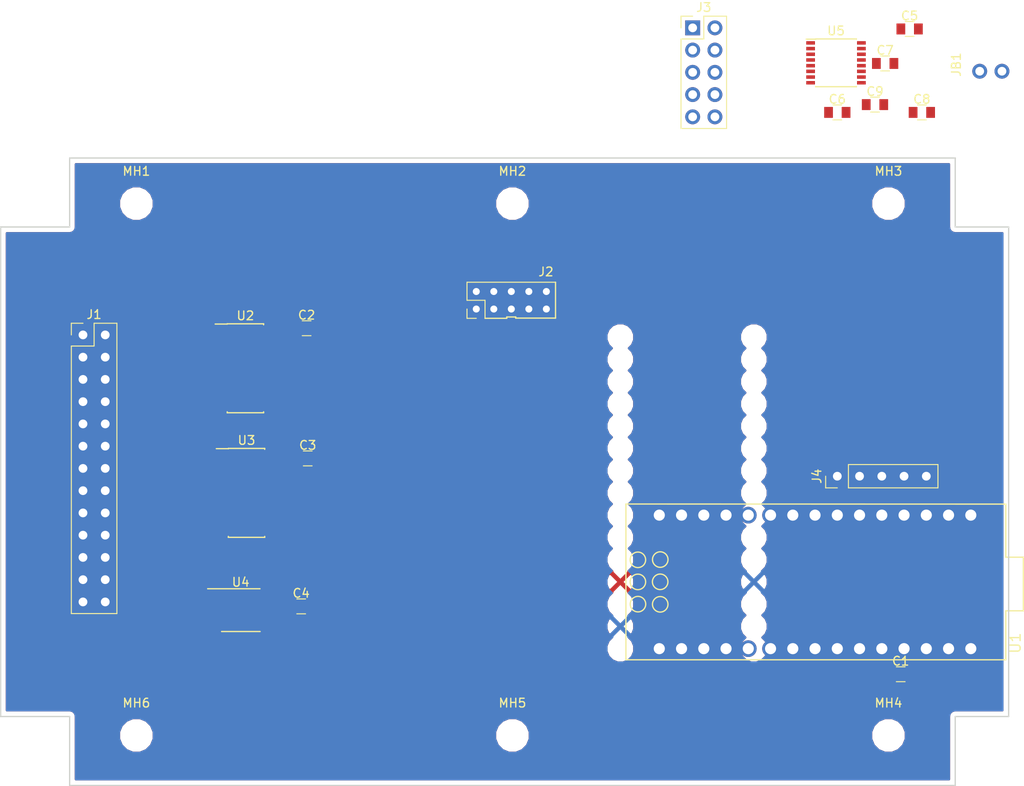
<source format=kicad_pcb>
(kicad_pcb (version 4) (host pcbnew 4.0.6)

  (general
    (links 92)
    (no_connects 91)
    (area 95.301999 62.281999 210.514001 134.060001)
    (thickness 1.6)
    (drawings 12)
    (tracks 0)
    (zones 0)
    (modules 25)
    (nets 72)
  )

  (page A4)
  (layers
    (0 F.Cu signal)
    (31 B.Cu signal)
    (32 B.Adhes user)
    (33 F.Adhes user)
    (34 B.Paste user)
    (35 F.Paste user)
    (36 B.SilkS user)
    (37 F.SilkS user)
    (38 B.Mask user)
    (39 F.Mask user)
    (40 Dwgs.User user)
    (41 Cmts.User user)
    (42 Eco1.User user)
    (43 Eco2.User user)
    (44 Edge.Cuts user)
    (45 Margin user)
    (46 B.CrtYd user)
    (47 F.CrtYd user)
    (48 B.Fab user)
    (49 F.Fab user hide)
  )

  (setup
    (last_trace_width 0.2032)
    (trace_clearance 0.1778)
    (zone_clearance 0.508)
    (zone_45_only no)
    (trace_min 0.2)
    (segment_width 0.2)
    (edge_width 0.15)
    (via_size 0.6096)
    (via_drill 0.4064)
    (via_min_size 0.4)
    (via_min_drill 0.3)
    (uvia_size 0.3)
    (uvia_drill 0.1)
    (uvias_allowed no)
    (uvia_min_size 0.2)
    (uvia_min_drill 0.1)
    (pcb_text_width 0.3)
    (pcb_text_size 1.5 1.5)
    (mod_edge_width 0.15)
    (mod_text_size 1 1)
    (mod_text_width 0.15)
    (pad_size 1.524 1.524)
    (pad_drill 0.762)
    (pad_to_mask_clearance 0.2)
    (aux_axis_origin 0 0)
    (grid_origin 153.797 128.27)
    (visible_elements 7FFFFFFF)
    (pcbplotparams
      (layerselection 0x00030_80000001)
      (usegerberextensions false)
      (excludeedgelayer true)
      (linewidth 0.101600)
      (plotframeref false)
      (viasonmask false)
      (mode 1)
      (useauxorigin false)
      (hpglpennumber 1)
      (hpglpenspeed 20)
      (hpglpendiameter 15)
      (hpglpenoverlay 2)
      (psnegative false)
      (psa4output false)
      (plotreference true)
      (plotvalue true)
      (plotinvisibletext false)
      (padsonsilk false)
      (subtractmaskfromsilk false)
      (outputformat 1)
      (mirror false)
      (drillshape 1)
      (scaleselection 1)
      (outputdirectory ""))
  )

  (net 0 "")
  (net 1 /~ReaderReady)
  (net 2 /~ReaderStart)
  (net 3 /~PunchStart)
  (net 4 /~PunchReady)
  (net 5 GND)
  (net 6 /DispDCSel)
  (net 7 /SCK)
  (net 8 /MOSI)
  (net 9 VCC)
  (net 10 /DisplaySelect)
  (net 11 /~DispRST)
  (net 12 /MISO)
  (net 13 "Net-(U1-Pad2)")
  (net 14 "Net-(U1-Pad3)")
  (net 15 "Net-(C6-Pad1)")
  (net 16 "Net-(C6-Pad2)")
  (net 17 "Net-(C7-Pad1)")
  (net 18 "Net-(C7-Pad2)")
  (net 19 "Net-(C8-Pad1)")
  (net 20 "Net-(C9-Pad2)")
  (net 21 +12V)
  (net 22 /RD0)
  (net 23 /RD1)
  (net 24 /RD2)
  (net 25 /RD3)
  (net 26 /RD4)
  (net 27 /RD5)
  (net 28 /RD6)
  (net 29 /RD7)
  (net 30 /PD0)
  (net 31 /PD1)
  (net 32 /PD2)
  (net 33 /PD3)
  (net 34 /PD4)
  (net 35 /PD5)
  (net 36 /PD6)
  (net 37 /PD7)
  (net 38 /PunchReady)
  (net 39 "Net-(J3-Pad1)")
  (net 40 "Net-(J3-Pad2)")
  (net 41 "Net-(J3-Pad7)")
  (net 42 "Net-(J3-Pad8)")
  (net 43 "Net-(J3-Pad10)")
  (net 44 /BTN1)
  (net 45 /BTN2)
  (net 46 /BTN3)
  (net 47 /BTN4)
  (net 48 "Net-(JB1-Pad1)")
  (net 49 /PunchStart)
  (net 50 /ReaderReady)
  (net 51 /ReaderStart)
  (net 52 "Net-(U4-Pad6)")
  (net 53 "Net-(U4-Pad8)")
  (net 54 /RS232_TXD)
  (net 55 /RS232_CTS)
  (net 56 /RS232_RXD)
  (net 57 /RS232_RTS)
  (net 58 /Rx)
  (net 59 /CTS)
  (net 60 /Tx)
  (net 61 /RTS)
  (net 62 /PunchDataLatch)
  (net 63 /~ReadDataLoad)
  (net 64 "Net-(U2-Pad7)")
  (net 65 "Net-(U2-Pad10)")
  (net 66 "Net-(U3-Pad9)")
  (net 67 /PunchReady_)
  (net 68 "Net-(U1-Pad10)")
  (net 69 "Net-(U1-Pad13)")
  (net 70 "Net-(U1-Pad11)")
  (net 71 "Net-(U1-Pad18)")

  (net_class Default "This is the default net class."
    (clearance 0.1778)
    (trace_width 0.2032)
    (via_dia 0.6096)
    (via_drill 0.4064)
    (uvia_dia 0.3)
    (uvia_drill 0.1)
    (add_net +12V)
    (add_net /BTN1)
    (add_net /BTN2)
    (add_net /BTN3)
    (add_net /BTN4)
    (add_net /CTS)
    (add_net /DispDCSel)
    (add_net /DisplaySelect)
    (add_net /MISO)
    (add_net /MOSI)
    (add_net /PD0)
    (add_net /PD1)
    (add_net /PD2)
    (add_net /PD3)
    (add_net /PD4)
    (add_net /PD5)
    (add_net /PD6)
    (add_net /PD7)
    (add_net /PunchDataLatch)
    (add_net /PunchReady)
    (add_net /PunchReady_)
    (add_net /PunchStart)
    (add_net /RD0)
    (add_net /RD1)
    (add_net /RD2)
    (add_net /RD3)
    (add_net /RD4)
    (add_net /RD5)
    (add_net /RD6)
    (add_net /RD7)
    (add_net /RS232_CTS)
    (add_net /RS232_RTS)
    (add_net /RS232_RXD)
    (add_net /RS232_TXD)
    (add_net /RTS)
    (add_net /ReaderReady)
    (add_net /ReaderStart)
    (add_net /Rx)
    (add_net /SCK)
    (add_net /Tx)
    (add_net /~DispRST)
    (add_net /~PunchReady)
    (add_net /~PunchStart)
    (add_net /~ReadDataLoad)
    (add_net /~ReaderReady)
    (add_net /~ReaderStart)
    (add_net GND)
    (add_net "Net-(C6-Pad1)")
    (add_net "Net-(C6-Pad2)")
    (add_net "Net-(C7-Pad1)")
    (add_net "Net-(C7-Pad2)")
    (add_net "Net-(C8-Pad1)")
    (add_net "Net-(C9-Pad2)")
    (add_net "Net-(J3-Pad1)")
    (add_net "Net-(J3-Pad10)")
    (add_net "Net-(J3-Pad2)")
    (add_net "Net-(J3-Pad7)")
    (add_net "Net-(J3-Pad8)")
    (add_net "Net-(JB1-Pad1)")
    (add_net "Net-(U1-Pad10)")
    (add_net "Net-(U1-Pad11)")
    (add_net "Net-(U1-Pad13)")
    (add_net "Net-(U1-Pad18)")
    (add_net "Net-(U1-Pad2)")
    (add_net "Net-(U1-Pad3)")
    (add_net "Net-(U2-Pad10)")
    (add_net "Net-(U2-Pad7)")
    (add_net "Net-(U3-Pad9)")
    (add_net "Net-(U4-Pad6)")
    (add_net "Net-(U4-Pad8)")
    (add_net VCC)
  )

  (module "H10 Controller:MountingHole_2.7mm_M2.5" locked (layer F.Cu) (tedit 56D1B4CB) (tstamp 5A52D7B5)
    (at 110.871 67.564)
    (descr "Mounting Hole 2.7mm, no annular, M2.5")
    (tags "mounting hole 2.7mm no annular m2.5")
    (path /5A52DC3A)
    (attr virtual)
    (fp_text reference MH1 (at 0 -3.7) (layer F.SilkS)
      (effects (font (size 1 1) (thickness 0.15)))
    )
    (fp_text value mounting_hole_4-40 (at 0 3.7) (layer F.Fab)
      (effects (font (size 1 1) (thickness 0.15)))
    )
    (fp_text user %R (at 0.3 0) (layer F.Fab)
      (effects (font (size 1 1) (thickness 0.15)))
    )
    (fp_circle (center 0 0) (end 2.7 0) (layer Cmts.User) (width 0.15))
    (fp_circle (center 0 0) (end 2.95 0) (layer F.CrtYd) (width 0.05))
    (pad 1 np_thru_hole circle (at 0 0) (size 2.7 2.7) (drill 2.7) (layers *.Cu *.Mask))
  )

  (module "H10 Controller:MountingHole_2.7mm_M2.5" locked (layer F.Cu) (tedit 56D1B4CB) (tstamp 5A52D7BA)
    (at 153.797 67.564)
    (descr "Mounting Hole 2.7mm, no annular, M2.5")
    (tags "mounting hole 2.7mm no annular m2.5")
    (path /5A52DE37)
    (attr virtual)
    (fp_text reference MH2 (at 0 -3.7) (layer F.SilkS)
      (effects (font (size 1 1) (thickness 0.15)))
    )
    (fp_text value mounting_hole_4-40 (at 0 3.7) (layer F.Fab)
      (effects (font (size 1 1) (thickness 0.15)))
    )
    (fp_text user %R (at 0.3 0) (layer F.Fab)
      (effects (font (size 1 1) (thickness 0.15)))
    )
    (fp_circle (center 0 0) (end 2.7 0) (layer Cmts.User) (width 0.15))
    (fp_circle (center 0 0) (end 2.95 0) (layer F.CrtYd) (width 0.05))
    (pad 1 np_thru_hole circle (at 0 0) (size 2.7 2.7) (drill 2.7) (layers *.Cu *.Mask))
  )

  (module "H10 Controller:MountingHole_2.7mm_M2.5" locked (layer F.Cu) (tedit 56D1B4CB) (tstamp 5A52D7BF)
    (at 196.723 67.564)
    (descr "Mounting Hole 2.7mm, no annular, M2.5")
    (tags "mounting hole 2.7mm no annular m2.5")
    (path /5A52DE19)
    (attr virtual)
    (fp_text reference MH3 (at 0 -3.7) (layer F.SilkS)
      (effects (font (size 1 1) (thickness 0.15)))
    )
    (fp_text value mounting_hole_4-40 (at 0 3.7) (layer F.Fab)
      (effects (font (size 1 1) (thickness 0.15)))
    )
    (fp_text user %R (at 0.3 0) (layer F.Fab)
      (effects (font (size 1 1) (thickness 0.15)))
    )
    (fp_circle (center 0 0) (end 2.7 0) (layer Cmts.User) (width 0.15))
    (fp_circle (center 0 0) (end 2.95 0) (layer F.CrtYd) (width 0.05))
    (pad 1 np_thru_hole circle (at 0 0) (size 2.7 2.7) (drill 2.7) (layers *.Cu *.Mask))
  )

  (module "H10 Controller:MountingHole_2.7mm_M2.5" locked (layer F.Cu) (tedit 56D1B4CB) (tstamp 5A52D7C4)
    (at 196.723 128.27)
    (descr "Mounting Hole 2.7mm, no annular, M2.5")
    (tags "mounting hole 2.7mm no annular m2.5")
    (path /5A52DE3D)
    (attr virtual)
    (fp_text reference MH4 (at 0 -3.7) (layer F.SilkS)
      (effects (font (size 1 1) (thickness 0.15)))
    )
    (fp_text value mounting_hole_4-40 (at 0 3.7) (layer F.Fab)
      (effects (font (size 1 1) (thickness 0.15)))
    )
    (fp_text user %R (at 0.3 0) (layer F.Fab)
      (effects (font (size 1 1) (thickness 0.15)))
    )
    (fp_circle (center 0 0) (end 2.7 0) (layer Cmts.User) (width 0.15))
    (fp_circle (center 0 0) (end 2.95 0) (layer F.CrtYd) (width 0.05))
    (pad 1 np_thru_hole circle (at 0 0) (size 2.7 2.7) (drill 2.7) (layers *.Cu *.Mask))
  )

  (module "H10 Controller:MountingHole_2.7mm_M2.5" locked (layer F.Cu) (tedit 56D1B4CB) (tstamp 5A52D7C9)
    (at 153.797 128.27)
    (descr "Mounting Hole 2.7mm, no annular, M2.5")
    (tags "mounting hole 2.7mm no annular m2.5")
    (path /5A52DE5B)
    (attr virtual)
    (fp_text reference MH5 (at 0 -3.7) (layer F.SilkS)
      (effects (font (size 1 1) (thickness 0.15)))
    )
    (fp_text value mounting_hole_4-40 (at 0 3.7) (layer F.Fab)
      (effects (font (size 1 1) (thickness 0.15)))
    )
    (fp_text user %R (at 0.3 0) (layer F.Fab)
      (effects (font (size 1 1) (thickness 0.15)))
    )
    (fp_circle (center 0 0) (end 2.7 0) (layer Cmts.User) (width 0.15))
    (fp_circle (center 0 0) (end 2.95 0) (layer F.CrtYd) (width 0.05))
    (pad 1 np_thru_hole circle (at 0 0) (size 2.7 2.7) (drill 2.7) (layers *.Cu *.Mask))
  )

  (module "H10 Controller:MountingHole_2.7mm_M2.5" locked (layer F.Cu) (tedit 56D1B4CB) (tstamp 5A52D7CE)
    (at 110.871 128.27)
    (descr "Mounting Hole 2.7mm, no annular, M2.5")
    (tags "mounting hole 2.7mm no annular m2.5")
    (path /5A52DE61)
    (attr virtual)
    (fp_text reference MH6 (at 0 -3.7) (layer F.SilkS)
      (effects (font (size 1 1) (thickness 0.15)))
    )
    (fp_text value mounting_hole_4-40 (at 0 3.7) (layer F.Fab)
      (effects (font (size 1 1) (thickness 0.15)))
    )
    (fp_text user %R (at 0.3 0) (layer F.Fab)
      (effects (font (size 1 1) (thickness 0.15)))
    )
    (fp_circle (center 0 0) (end 2.7 0) (layer Cmts.User) (width 0.15))
    (fp_circle (center 0 0) (end 2.95 0) (layer F.CrtYd) (width 0.05))
    (pad 1 np_thru_hole circle (at 0 0) (size 2.7 2.7) (drill 2.7) (layers *.Cu *.Mask))
  )

  (module "H10 Controller:C_0805" (layer F.Cu) (tedit 58AA8463) (tstamp 5A52DB55)
    (at 198.12 121.285)
    (descr "Capacitor SMD 0805, reflow soldering, AVX (see smccp.pdf)")
    (tags "capacitor 0805")
    (path /5A3A4AF4)
    (attr smd)
    (fp_text reference C1 (at 0 -1.5) (layer F.SilkS)
      (effects (font (size 1 1) (thickness 0.15)))
    )
    (fp_text value 0.1uF (at 0 1.75) (layer F.Fab)
      (effects (font (size 1 1) (thickness 0.15)))
    )
    (fp_text user %R (at 0 -1.5) (layer F.Fab)
      (effects (font (size 1 1) (thickness 0.15)))
    )
    (fp_line (start -1 0.62) (end -1 -0.62) (layer F.Fab) (width 0.1))
    (fp_line (start 1 0.62) (end -1 0.62) (layer F.Fab) (width 0.1))
    (fp_line (start 1 -0.62) (end 1 0.62) (layer F.Fab) (width 0.1))
    (fp_line (start -1 -0.62) (end 1 -0.62) (layer F.Fab) (width 0.1))
    (fp_line (start 0.5 -0.85) (end -0.5 -0.85) (layer F.SilkS) (width 0.12))
    (fp_line (start -0.5 0.85) (end 0.5 0.85) (layer F.SilkS) (width 0.12))
    (fp_line (start -1.75 -0.88) (end 1.75 -0.88) (layer F.CrtYd) (width 0.05))
    (fp_line (start -1.75 -0.88) (end -1.75 0.87) (layer F.CrtYd) (width 0.05))
    (fp_line (start 1.75 0.87) (end 1.75 -0.88) (layer F.CrtYd) (width 0.05))
    (fp_line (start 1.75 0.87) (end -1.75 0.87) (layer F.CrtYd) (width 0.05))
    (pad 1 smd rect (at -1 0) (size 1 1.25) (layers F.Cu F.Paste F.Mask)
      (net 9 VCC))
    (pad 2 smd rect (at 1 0) (size 1 1.25) (layers F.Cu F.Paste F.Mask)
      (net 5 GND))
    (model Capacitors_SMD.3dshapes/C_0805.wrl
      (at (xyz 0 0 0))
      (scale (xyz 1 1 1))
      (rotate (xyz 0 0 0))
    )
  )

  (module "H10 Controller:C_0805" (layer F.Cu) (tedit 58AA8463) (tstamp 5A52DB66)
    (at 130.302 81.788)
    (descr "Capacitor SMD 0805, reflow soldering, AVX (see smccp.pdf)")
    (tags "capacitor 0805")
    (path /5A3A53E2)
    (attr smd)
    (fp_text reference C2 (at 0 -1.5) (layer F.SilkS)
      (effects (font (size 1 1) (thickness 0.15)))
    )
    (fp_text value 0.1uF (at 0 1.75) (layer F.Fab)
      (effects (font (size 1 1) (thickness 0.15)))
    )
    (fp_text user %R (at 0 -1.5) (layer F.Fab)
      (effects (font (size 1 1) (thickness 0.15)))
    )
    (fp_line (start -1 0.62) (end -1 -0.62) (layer F.Fab) (width 0.1))
    (fp_line (start 1 0.62) (end -1 0.62) (layer F.Fab) (width 0.1))
    (fp_line (start 1 -0.62) (end 1 0.62) (layer F.Fab) (width 0.1))
    (fp_line (start -1 -0.62) (end 1 -0.62) (layer F.Fab) (width 0.1))
    (fp_line (start 0.5 -0.85) (end -0.5 -0.85) (layer F.SilkS) (width 0.12))
    (fp_line (start -0.5 0.85) (end 0.5 0.85) (layer F.SilkS) (width 0.12))
    (fp_line (start -1.75 -0.88) (end 1.75 -0.88) (layer F.CrtYd) (width 0.05))
    (fp_line (start -1.75 -0.88) (end -1.75 0.87) (layer F.CrtYd) (width 0.05))
    (fp_line (start 1.75 0.87) (end 1.75 -0.88) (layer F.CrtYd) (width 0.05))
    (fp_line (start 1.75 0.87) (end -1.75 0.87) (layer F.CrtYd) (width 0.05))
    (pad 1 smd rect (at -1 0) (size 1 1.25) (layers F.Cu F.Paste F.Mask)
      (net 9 VCC))
    (pad 2 smd rect (at 1 0) (size 1 1.25) (layers F.Cu F.Paste F.Mask)
      (net 5 GND))
    (model Capacitors_SMD.3dshapes/C_0805.wrl
      (at (xyz 0 0 0))
      (scale (xyz 1 1 1))
      (rotate (xyz 0 0 0))
    )
  )

  (module "H10 Controller:C_0805" (layer F.Cu) (tedit 58AA8463) (tstamp 5A52DB77)
    (at 130.429 96.647)
    (descr "Capacitor SMD 0805, reflow soldering, AVX (see smccp.pdf)")
    (tags "capacitor 0805")
    (path /5A3A5414)
    (attr smd)
    (fp_text reference C3 (at 0 -1.5) (layer F.SilkS)
      (effects (font (size 1 1) (thickness 0.15)))
    )
    (fp_text value 0.1uF (at 0 1.75) (layer F.Fab)
      (effects (font (size 1 1) (thickness 0.15)))
    )
    (fp_text user %R (at 0 -1.5) (layer F.Fab)
      (effects (font (size 1 1) (thickness 0.15)))
    )
    (fp_line (start -1 0.62) (end -1 -0.62) (layer F.Fab) (width 0.1))
    (fp_line (start 1 0.62) (end -1 0.62) (layer F.Fab) (width 0.1))
    (fp_line (start 1 -0.62) (end 1 0.62) (layer F.Fab) (width 0.1))
    (fp_line (start -1 -0.62) (end 1 -0.62) (layer F.Fab) (width 0.1))
    (fp_line (start 0.5 -0.85) (end -0.5 -0.85) (layer F.SilkS) (width 0.12))
    (fp_line (start -0.5 0.85) (end 0.5 0.85) (layer F.SilkS) (width 0.12))
    (fp_line (start -1.75 -0.88) (end 1.75 -0.88) (layer F.CrtYd) (width 0.05))
    (fp_line (start -1.75 -0.88) (end -1.75 0.87) (layer F.CrtYd) (width 0.05))
    (fp_line (start 1.75 0.87) (end 1.75 -0.88) (layer F.CrtYd) (width 0.05))
    (fp_line (start 1.75 0.87) (end -1.75 0.87) (layer F.CrtYd) (width 0.05))
    (pad 1 smd rect (at -1 0) (size 1 1.25) (layers F.Cu F.Paste F.Mask)
      (net 9 VCC))
    (pad 2 smd rect (at 1 0) (size 1 1.25) (layers F.Cu F.Paste F.Mask)
      (net 5 GND))
    (model Capacitors_SMD.3dshapes/C_0805.wrl
      (at (xyz 0 0 0))
      (scale (xyz 1 1 1))
      (rotate (xyz 0 0 0))
    )
  )

  (module "H10 Controller:C_0805" (layer F.Cu) (tedit 58AA8463) (tstamp 5A52DB88)
    (at 129.683 113.538)
    (descr "Capacitor SMD 0805, reflow soldering, AVX (see smccp.pdf)")
    (tags "capacitor 0805")
    (path /5A3A544B)
    (attr smd)
    (fp_text reference C4 (at 0 -1.5) (layer F.SilkS)
      (effects (font (size 1 1) (thickness 0.15)))
    )
    (fp_text value 0.1uF (at 0 1.75) (layer F.Fab)
      (effects (font (size 1 1) (thickness 0.15)))
    )
    (fp_text user %R (at 0 -1.5) (layer F.Fab)
      (effects (font (size 1 1) (thickness 0.15)))
    )
    (fp_line (start -1 0.62) (end -1 -0.62) (layer F.Fab) (width 0.1))
    (fp_line (start 1 0.62) (end -1 0.62) (layer F.Fab) (width 0.1))
    (fp_line (start 1 -0.62) (end 1 0.62) (layer F.Fab) (width 0.1))
    (fp_line (start -1 -0.62) (end 1 -0.62) (layer F.Fab) (width 0.1))
    (fp_line (start 0.5 -0.85) (end -0.5 -0.85) (layer F.SilkS) (width 0.12))
    (fp_line (start -0.5 0.85) (end 0.5 0.85) (layer F.SilkS) (width 0.12))
    (fp_line (start -1.75 -0.88) (end 1.75 -0.88) (layer F.CrtYd) (width 0.05))
    (fp_line (start -1.75 -0.88) (end -1.75 0.87) (layer F.CrtYd) (width 0.05))
    (fp_line (start 1.75 0.87) (end 1.75 -0.88) (layer F.CrtYd) (width 0.05))
    (fp_line (start 1.75 0.87) (end -1.75 0.87) (layer F.CrtYd) (width 0.05))
    (pad 1 smd rect (at -1 0) (size 1 1.25) (layers F.Cu F.Paste F.Mask)
      (net 9 VCC))
    (pad 2 smd rect (at 1 0) (size 1 1.25) (layers F.Cu F.Paste F.Mask)
      (net 5 GND))
    (model Capacitors_SMD.3dshapes/C_0805.wrl
      (at (xyz 0 0 0))
      (scale (xyz 1 1 1))
      (rotate (xyz 0 0 0))
    )
  )

  (module "H10 Controller:C_0805" (layer F.Cu) (tedit 58AA8463) (tstamp 5A52DB99)
    (at 199.136 47.625)
    (descr "Capacitor SMD 0805, reflow soldering, AVX (see smccp.pdf)")
    (tags "capacitor 0805")
    (path /5A3A5479)
    (attr smd)
    (fp_text reference C5 (at 0 -1.5) (layer F.SilkS)
      (effects (font (size 1 1) (thickness 0.15)))
    )
    (fp_text value 0.1uF (at 0 1.75) (layer F.Fab)
      (effects (font (size 1 1) (thickness 0.15)))
    )
    (fp_text user %R (at 0 -1.5) (layer F.Fab)
      (effects (font (size 1 1) (thickness 0.15)))
    )
    (fp_line (start -1 0.62) (end -1 -0.62) (layer F.Fab) (width 0.1))
    (fp_line (start 1 0.62) (end -1 0.62) (layer F.Fab) (width 0.1))
    (fp_line (start 1 -0.62) (end 1 0.62) (layer F.Fab) (width 0.1))
    (fp_line (start -1 -0.62) (end 1 -0.62) (layer F.Fab) (width 0.1))
    (fp_line (start 0.5 -0.85) (end -0.5 -0.85) (layer F.SilkS) (width 0.12))
    (fp_line (start -0.5 0.85) (end 0.5 0.85) (layer F.SilkS) (width 0.12))
    (fp_line (start -1.75 -0.88) (end 1.75 -0.88) (layer F.CrtYd) (width 0.05))
    (fp_line (start -1.75 -0.88) (end -1.75 0.87) (layer F.CrtYd) (width 0.05))
    (fp_line (start 1.75 0.87) (end 1.75 -0.88) (layer F.CrtYd) (width 0.05))
    (fp_line (start 1.75 0.87) (end -1.75 0.87) (layer F.CrtYd) (width 0.05))
    (pad 1 smd rect (at -1 0) (size 1 1.25) (layers F.Cu F.Paste F.Mask)
      (net 9 VCC))
    (pad 2 smd rect (at 1 0) (size 1 1.25) (layers F.Cu F.Paste F.Mask)
      (net 5 GND))
    (model Capacitors_SMD.3dshapes/C_0805.wrl
      (at (xyz 0 0 0))
      (scale (xyz 1 1 1))
      (rotate (xyz 0 0 0))
    )
  )

  (module "H10 Controller:C_0805" (layer F.Cu) (tedit 58AA8463) (tstamp 5A52DBAA)
    (at 190.881 57.15)
    (descr "Capacitor SMD 0805, reflow soldering, AVX (see smccp.pdf)")
    (tags "capacitor 0805")
    (path /5A39C23D)
    (attr smd)
    (fp_text reference C6 (at 0 -1.5) (layer F.SilkS)
      (effects (font (size 1 1) (thickness 0.15)))
    )
    (fp_text value 0.1uF (at 0 1.75) (layer F.Fab)
      (effects (font (size 1 1) (thickness 0.15)))
    )
    (fp_text user %R (at 0 -1.5) (layer F.Fab)
      (effects (font (size 1 1) (thickness 0.15)))
    )
    (fp_line (start -1 0.62) (end -1 -0.62) (layer F.Fab) (width 0.1))
    (fp_line (start 1 0.62) (end -1 0.62) (layer F.Fab) (width 0.1))
    (fp_line (start 1 -0.62) (end 1 0.62) (layer F.Fab) (width 0.1))
    (fp_line (start -1 -0.62) (end 1 -0.62) (layer F.Fab) (width 0.1))
    (fp_line (start 0.5 -0.85) (end -0.5 -0.85) (layer F.SilkS) (width 0.12))
    (fp_line (start -0.5 0.85) (end 0.5 0.85) (layer F.SilkS) (width 0.12))
    (fp_line (start -1.75 -0.88) (end 1.75 -0.88) (layer F.CrtYd) (width 0.05))
    (fp_line (start -1.75 -0.88) (end -1.75 0.87) (layer F.CrtYd) (width 0.05))
    (fp_line (start 1.75 0.87) (end 1.75 -0.88) (layer F.CrtYd) (width 0.05))
    (fp_line (start 1.75 0.87) (end -1.75 0.87) (layer F.CrtYd) (width 0.05))
    (pad 1 smd rect (at -1 0) (size 1 1.25) (layers F.Cu F.Paste F.Mask)
      (net 15 "Net-(C6-Pad1)"))
    (pad 2 smd rect (at 1 0) (size 1 1.25) (layers F.Cu F.Paste F.Mask)
      (net 16 "Net-(C6-Pad2)"))
    (model Capacitors_SMD.3dshapes/C_0805.wrl
      (at (xyz 0 0 0))
      (scale (xyz 1 1 1))
      (rotate (xyz 0 0 0))
    )
  )

  (module "H10 Controller:C_0805" (layer F.Cu) (tedit 58AA8463) (tstamp 5A52DBBB)
    (at 196.342 51.562)
    (descr "Capacitor SMD 0805, reflow soldering, AVX (see smccp.pdf)")
    (tags "capacitor 0805")
    (path /5A39E3A7)
    (attr smd)
    (fp_text reference C7 (at 0 -1.5) (layer F.SilkS)
      (effects (font (size 1 1) (thickness 0.15)))
    )
    (fp_text value 0.1uF (at 0 1.75) (layer F.Fab)
      (effects (font (size 1 1) (thickness 0.15)))
    )
    (fp_text user %R (at 0 -1.5) (layer F.Fab)
      (effects (font (size 1 1) (thickness 0.15)))
    )
    (fp_line (start -1 0.62) (end -1 -0.62) (layer F.Fab) (width 0.1))
    (fp_line (start 1 0.62) (end -1 0.62) (layer F.Fab) (width 0.1))
    (fp_line (start 1 -0.62) (end 1 0.62) (layer F.Fab) (width 0.1))
    (fp_line (start -1 -0.62) (end 1 -0.62) (layer F.Fab) (width 0.1))
    (fp_line (start 0.5 -0.85) (end -0.5 -0.85) (layer F.SilkS) (width 0.12))
    (fp_line (start -0.5 0.85) (end 0.5 0.85) (layer F.SilkS) (width 0.12))
    (fp_line (start -1.75 -0.88) (end 1.75 -0.88) (layer F.CrtYd) (width 0.05))
    (fp_line (start -1.75 -0.88) (end -1.75 0.87) (layer F.CrtYd) (width 0.05))
    (fp_line (start 1.75 0.87) (end 1.75 -0.88) (layer F.CrtYd) (width 0.05))
    (fp_line (start 1.75 0.87) (end -1.75 0.87) (layer F.CrtYd) (width 0.05))
    (pad 1 smd rect (at -1 0) (size 1 1.25) (layers F.Cu F.Paste F.Mask)
      (net 17 "Net-(C7-Pad1)"))
    (pad 2 smd rect (at 1 0) (size 1 1.25) (layers F.Cu F.Paste F.Mask)
      (net 18 "Net-(C7-Pad2)"))
    (model Capacitors_SMD.3dshapes/C_0805.wrl
      (at (xyz 0 0 0))
      (scale (xyz 1 1 1))
      (rotate (xyz 0 0 0))
    )
  )

  (module "H10 Controller:C_0805" (layer F.Cu) (tedit 58AA8463) (tstamp 5A52DBCC)
    (at 200.533 57.15)
    (descr "Capacitor SMD 0805, reflow soldering, AVX (see smccp.pdf)")
    (tags "capacitor 0805")
    (path /5A39E3EB)
    (attr smd)
    (fp_text reference C8 (at 0 -1.5) (layer F.SilkS)
      (effects (font (size 1 1) (thickness 0.15)))
    )
    (fp_text value 0.1uF (at 0 1.75) (layer F.Fab)
      (effects (font (size 1 1) (thickness 0.15)))
    )
    (fp_text user %R (at 0 -1.5) (layer F.Fab)
      (effects (font (size 1 1) (thickness 0.15)))
    )
    (fp_line (start -1 0.62) (end -1 -0.62) (layer F.Fab) (width 0.1))
    (fp_line (start 1 0.62) (end -1 0.62) (layer F.Fab) (width 0.1))
    (fp_line (start 1 -0.62) (end 1 0.62) (layer F.Fab) (width 0.1))
    (fp_line (start -1 -0.62) (end 1 -0.62) (layer F.Fab) (width 0.1))
    (fp_line (start 0.5 -0.85) (end -0.5 -0.85) (layer F.SilkS) (width 0.12))
    (fp_line (start -0.5 0.85) (end 0.5 0.85) (layer F.SilkS) (width 0.12))
    (fp_line (start -1.75 -0.88) (end 1.75 -0.88) (layer F.CrtYd) (width 0.05))
    (fp_line (start -1.75 -0.88) (end -1.75 0.87) (layer F.CrtYd) (width 0.05))
    (fp_line (start 1.75 0.87) (end 1.75 -0.88) (layer F.CrtYd) (width 0.05))
    (fp_line (start 1.75 0.87) (end -1.75 0.87) (layer F.CrtYd) (width 0.05))
    (pad 1 smd rect (at -1 0) (size 1 1.25) (layers F.Cu F.Paste F.Mask)
      (net 19 "Net-(C8-Pad1)"))
    (pad 2 smd rect (at 1 0) (size 1 1.25) (layers F.Cu F.Paste F.Mask)
      (net 5 GND))
    (model Capacitors_SMD.3dshapes/C_0805.wrl
      (at (xyz 0 0 0))
      (scale (xyz 1 1 1))
      (rotate (xyz 0 0 0))
    )
  )

  (module "H10 Controller:C_0805" (layer F.Cu) (tedit 58AA8463) (tstamp 5A52DBDD)
    (at 195.183 56.261)
    (descr "Capacitor SMD 0805, reflow soldering, AVX (see smccp.pdf)")
    (tags "capacitor 0805")
    (path /5A39E438)
    (attr smd)
    (fp_text reference C9 (at 0 -1.5) (layer F.SilkS)
      (effects (font (size 1 1) (thickness 0.15)))
    )
    (fp_text value 0.1uF (at 0 1.75) (layer F.Fab)
      (effects (font (size 1 1) (thickness 0.15)))
    )
    (fp_text user %R (at 0 -1.5) (layer F.Fab)
      (effects (font (size 1 1) (thickness 0.15)))
    )
    (fp_line (start -1 0.62) (end -1 -0.62) (layer F.Fab) (width 0.1))
    (fp_line (start 1 0.62) (end -1 0.62) (layer F.Fab) (width 0.1))
    (fp_line (start 1 -0.62) (end 1 0.62) (layer F.Fab) (width 0.1))
    (fp_line (start -1 -0.62) (end 1 -0.62) (layer F.Fab) (width 0.1))
    (fp_line (start 0.5 -0.85) (end -0.5 -0.85) (layer F.SilkS) (width 0.12))
    (fp_line (start -0.5 0.85) (end 0.5 0.85) (layer F.SilkS) (width 0.12))
    (fp_line (start -1.75 -0.88) (end 1.75 -0.88) (layer F.CrtYd) (width 0.05))
    (fp_line (start -1.75 -0.88) (end -1.75 0.87) (layer F.CrtYd) (width 0.05))
    (fp_line (start 1.75 0.87) (end 1.75 -0.88) (layer F.CrtYd) (width 0.05))
    (fp_line (start 1.75 0.87) (end -1.75 0.87) (layer F.CrtYd) (width 0.05))
    (pad 1 smd rect (at -1 0) (size 1 1.25) (layers F.Cu F.Paste F.Mask)
      (net 5 GND))
    (pad 2 smd rect (at 1 0) (size 1 1.25) (layers F.Cu F.Paste F.Mask)
      (net 20 "Net-(C9-Pad2)"))
    (model Capacitors_SMD.3dshapes/C_0805.wrl
      (at (xyz 0 0 0))
      (scale (xyz 1 1 1))
      (rotate (xyz 0 0 0))
    )
  )

  (module "H10 Controller:Pin_Header_Straight_2x13_Pitch2.54mm" (layer F.Cu) (tedit 59650532) (tstamp 5A52DC0D)
    (at 104.775 82.55)
    (descr "Through hole straight pin header, 2x13, 2.54mm pitch, double rows")
    (tags "Through hole pin header THT 2x13 2.54mm double row")
    (path /5A39A24C)
    (fp_text reference J1 (at 1.27 -2.33) (layer F.SilkS)
      (effects (font (size 1 1) (thickness 0.15)))
    )
    (fp_text value CONN_02X13 (at 1.27 32.81) (layer F.Fab)
      (effects (font (size 1 1) (thickness 0.15)))
    )
    (fp_line (start 0 -1.27) (end 3.81 -1.27) (layer F.Fab) (width 0.1))
    (fp_line (start 3.81 -1.27) (end 3.81 31.75) (layer F.Fab) (width 0.1))
    (fp_line (start 3.81 31.75) (end -1.27 31.75) (layer F.Fab) (width 0.1))
    (fp_line (start -1.27 31.75) (end -1.27 0) (layer F.Fab) (width 0.1))
    (fp_line (start -1.27 0) (end 0 -1.27) (layer F.Fab) (width 0.1))
    (fp_line (start -1.33 31.81) (end 3.87 31.81) (layer F.SilkS) (width 0.12))
    (fp_line (start -1.33 1.27) (end -1.33 31.81) (layer F.SilkS) (width 0.12))
    (fp_line (start 3.87 -1.33) (end 3.87 31.81) (layer F.SilkS) (width 0.12))
    (fp_line (start -1.33 1.27) (end 1.27 1.27) (layer F.SilkS) (width 0.12))
    (fp_line (start 1.27 1.27) (end 1.27 -1.33) (layer F.SilkS) (width 0.12))
    (fp_line (start 1.27 -1.33) (end 3.87 -1.33) (layer F.SilkS) (width 0.12))
    (fp_line (start -1.33 0) (end -1.33 -1.33) (layer F.SilkS) (width 0.12))
    (fp_line (start -1.33 -1.33) (end 0 -1.33) (layer F.SilkS) (width 0.12))
    (fp_line (start -1.8 -1.8) (end -1.8 32.25) (layer F.CrtYd) (width 0.05))
    (fp_line (start -1.8 32.25) (end 4.35 32.25) (layer F.CrtYd) (width 0.05))
    (fp_line (start 4.35 32.25) (end 4.35 -1.8) (layer F.CrtYd) (width 0.05))
    (fp_line (start 4.35 -1.8) (end -1.8 -1.8) (layer F.CrtYd) (width 0.05))
    (fp_text user %R (at 1.27 15.24 90) (layer F.Fab)
      (effects (font (size 1 1) (thickness 0.15)))
    )
    (pad 1 thru_hole rect (at 0 0) (size 1.7 1.7) (drill 1) (layers *.Cu *.Mask)
      (net 21 +12V))
    (pad 2 thru_hole oval (at 2.54 0) (size 1.7 1.7) (drill 1) (layers *.Cu *.Mask)
      (net 22 /RD0))
    (pad 3 thru_hole oval (at 0 2.54) (size 1.7 1.7) (drill 1) (layers *.Cu *.Mask)
      (net 23 /RD1))
    (pad 4 thru_hole oval (at 2.54 2.54) (size 1.7 1.7) (drill 1) (layers *.Cu *.Mask)
      (net 24 /RD2))
    (pad 5 thru_hole oval (at 0 5.08) (size 1.7 1.7) (drill 1) (layers *.Cu *.Mask)
      (net 25 /RD3))
    (pad 6 thru_hole oval (at 2.54 5.08) (size 1.7 1.7) (drill 1) (layers *.Cu *.Mask)
      (net 26 /RD4))
    (pad 7 thru_hole oval (at 0 7.62) (size 1.7 1.7) (drill 1) (layers *.Cu *.Mask)
      (net 27 /RD5))
    (pad 8 thru_hole oval (at 2.54 7.62) (size 1.7 1.7) (drill 1) (layers *.Cu *.Mask)
      (net 28 /RD6))
    (pad 9 thru_hole oval (at 0 10.16) (size 1.7 1.7) (drill 1) (layers *.Cu *.Mask)
      (net 29 /RD7))
    (pad 10 thru_hole oval (at 2.54 10.16) (size 1.7 1.7) (drill 1) (layers *.Cu *.Mask)
      (net 5 GND))
    (pad 11 thru_hole oval (at 0 12.7) (size 1.7 1.7) (drill 1) (layers *.Cu *.Mask)
      (net 30 /PD0))
    (pad 12 thru_hole oval (at 2.54 12.7) (size 1.7 1.7) (drill 1) (layers *.Cu *.Mask)
      (net 31 /PD1))
    (pad 13 thru_hole oval (at 0 15.24) (size 1.7 1.7) (drill 1) (layers *.Cu *.Mask)
      (net 32 /PD2))
    (pad 14 thru_hole oval (at 2.54 15.24) (size 1.7 1.7) (drill 1) (layers *.Cu *.Mask)
      (net 33 /PD3))
    (pad 15 thru_hole oval (at 0 17.78) (size 1.7 1.7) (drill 1) (layers *.Cu *.Mask)
      (net 34 /PD4))
    (pad 16 thru_hole oval (at 2.54 17.78) (size 1.7 1.7) (drill 1) (layers *.Cu *.Mask)
      (net 35 /PD5))
    (pad 17 thru_hole oval (at 0 20.32) (size 1.7 1.7) (drill 1) (layers *.Cu *.Mask)
      (net 36 /PD6))
    (pad 18 thru_hole oval (at 2.54 20.32) (size 1.7 1.7) (drill 1) (layers *.Cu *.Mask)
      (net 37 /PD7))
    (pad 19 thru_hole oval (at 0 22.86) (size 1.7 1.7) (drill 1) (layers *.Cu *.Mask)
      (net 5 GND))
    (pad 20 thru_hole oval (at 2.54 22.86) (size 1.7 1.7) (drill 1) (layers *.Cu *.Mask)
      (net 1 /~ReaderReady))
    (pad 21 thru_hole oval (at 0 25.4) (size 1.7 1.7) (drill 1) (layers *.Cu *.Mask)
      (net 4 /~PunchReady))
    (pad 22 thru_hole oval (at 2.54 25.4) (size 1.7 1.7) (drill 1) (layers *.Cu *.Mask)
      (net 5 GND))
    (pad 23 thru_hole oval (at 0 27.94) (size 1.7 1.7) (drill 1) (layers *.Cu *.Mask)
      (net 2 /~ReaderStart))
    (pad 24 thru_hole oval (at 2.54 27.94) (size 1.7 1.7) (drill 1) (layers *.Cu *.Mask)
      (net 3 /~PunchStart))
    (pad 25 thru_hole oval (at 0 30.48) (size 1.7 1.7) (drill 1) (layers *.Cu *.Mask)
      (net 67 /PunchReady_))
    (pad 26 thru_hole oval (at 2.54 30.48) (size 1.7 1.7) (drill 1) (layers *.Cu *.Mask)
      (net 5 GND))
    (model ${KISYS3DMOD}/Pin_Headers.3dshapes/Pin_Header_Straight_2x13_Pitch2.54mm.wrl
      (at (xyz 0 0 0))
      (scale (xyz 1 1 1))
      (rotate (xyz 0 0 0))
    )
  )

  (module "H10 Controller:Pin_Header_Straight_2x05_Pitch2.00mm" (layer F.Cu) (tedit 5A04FAF6) (tstamp 5A52DC31)
    (at 153.661831 78.598931)
    (descr "Through hole straight pin header, 2x05, 2.00mm pitch, double rows")
    (tags "Through hole pin header THT 2x05 2.00mm double row")
    (path /5A3766AB)
    (fp_text reference J2 (at 3.9624 -3.2512 180) (layer F.SilkS)
      (effects (font (size 1 1) (thickness 0.15)))
    )
    (fp_text value CONN_02X05 (at 0.1397 3.7084) (layer F.Fab)
      (effects (font (size 1 1) (thickness 0.15)))
    )
    (fp_line (start 5.0546 2.032) (end 5.0546 -2.0574) (layer F.SilkS) (width 0.15))
    (fp_line (start 0.508 2.032) (end 5.0546 2.032) (layer F.SilkS) (width 0.15))
    (fp_line (start -2.9972 2.0574) (end -0.508 2.0574) (layer F.SilkS) (width 0.15))
    (fp_line (start -0.508 2.032) (end -0.508 1.905) (layer F.SilkS) (width 0.15))
    (fp_line (start -0.508 1.905) (end 0.508 1.905) (layer F.SilkS) (width 0.15))
    (fp_line (start 0.508 1.905) (end 0.508 2.032) (layer F.SilkS) (width 0.15))
    (fp_line (start -4.991831 0.998069) (end -4.991831 -2.001931) (layer F.Fab) (width 0.1))
    (fp_line (start -4.991831 -2.001931) (end 5.008169 -2.001931) (layer F.Fab) (width 0.1))
    (fp_line (start 5.008169 -2.001931) (end 5.008169 1.998069) (layer F.Fab) (width 0.1))
    (fp_line (start 5.008169 1.998069) (end -3.991831 1.998069) (layer F.Fab) (width 0.1))
    (fp_line (start -3.991831 1.998069) (end -4.991831 0.998069) (layer F.Fab) (width 0.1))
    (fp_line (start -5.051831 -2.061931) (end 5.068169 -2.061931) (layer F.SilkS) (width 0.12))
    (fp_line (start -2.991831 2.058069) (end -2.991831 -0.001931) (layer F.SilkS) (width 0.12))
    (fp_line (start -2.991831 -0.001931) (end -5.051831 -0.001931) (layer F.SilkS) (width 0.12))
    (fp_line (start -5.051831 -0.001931) (end -5.051831 -2.061931) (layer F.SilkS) (width 0.12))
    (fp_line (start -3.991831 2.058069) (end -5.051831 2.058069) (layer F.SilkS) (width 0.12))
    (fp_line (start -5.051831 2.058069) (end -5.051831 0.998069) (layer F.SilkS) (width 0.12))
    (fp_line (start -5.491831 2.498069) (end 5.508169 2.498069) (layer F.CrtYd) (width 0.05))
    (fp_line (start 5.508169 2.498069) (end 5.508169 -2.501931) (layer F.CrtYd) (width 0.05))
    (fp_line (start 5.508169 -2.501931) (end -5.491831 -2.501931) (layer F.CrtYd) (width 0.05))
    (fp_line (start -5.491831 -2.501931) (end -5.491831 2.498069) (layer F.CrtYd) (width 0.05))
    (fp_text user %R (at 0.008169 -0.001931 180) (layer F.Fab)
      (effects (font (size 1 1) (thickness 0.15)))
    )
    (pad 1 thru_hole rect (at -3.991831 0.998069 90) (size 1.35 1.35) (drill 0.8) (layers *.Cu *.Mask)
      (net 6 /DispDCSel))
    (pad 2 thru_hole oval (at -3.991831 -1.001931 90) (size 1.35 1.35) (drill 0.8) (layers *.Cu *.Mask)
      (net 7 /SCK))
    (pad 3 thru_hole oval (at -1.991831 0.998069 90) (size 1.35 1.35) (drill 0.8) (layers *.Cu *.Mask)
      (net 5 GND))
    (pad 4 thru_hole oval (at -1.991831 -1.001931 90) (size 1.35 1.35) (drill 0.8) (layers *.Cu *.Mask)
      (net 8 /MOSI))
    (pad 5 thru_hole oval (at 0.008169 0.998069 90) (size 1.35 1.35) (drill 0.8) (layers *.Cu *.Mask)
      (net 9 VCC))
    (pad 6 thru_hole oval (at 0.008169 -1.001931 90) (size 1.35 1.35) (drill 0.8) (layers *.Cu *.Mask)
      (net 9 VCC))
    (pad 7 thru_hole oval (at 2.008169 0.998069 90) (size 1.35 1.35) (drill 0.8) (layers *.Cu *.Mask)
      (net 5 GND))
    (pad 8 thru_hole oval (at 2.008169 -1.001931 90) (size 1.35 1.35) (drill 0.8) (layers *.Cu *.Mask)
      (net 5 GND))
    (pad 9 thru_hole oval (at 4.008169 0.998069 90) (size 1.35 1.35) (drill 0.8) (layers *.Cu *.Mask)
      (net 10 /DisplaySelect))
    (pad 10 thru_hole oval (at 4.008169 -1.001931 90) (size 1.35 1.35) (drill 0.8) (layers *.Cu *.Mask)
      (net 11 /~DispRST))
    (model D:/Apps/ioProto16/ioProto16/ioProto16.pretty/Pin_Header_Straight_2x5_Pitch2.00mm.wrl
      (at (xyz 0 0 0))
      (scale (xyz 0.4 0.4 0.4))
      (rotate (xyz -90 0 0))
    )
  )

  (module "H10 Controller:Pin_Header_Straight_2x05_Pitch2.54mm" (layer F.Cu) (tedit 59650532) (tstamp 5A52DC51)
    (at 174.371 47.498)
    (descr "Through hole straight pin header, 2x05, 2.54mm pitch, double rows")
    (tags "Through hole pin header THT 2x05 2.54mm double row")
    (path /5A39A441)
    (fp_text reference J3 (at 1.27 -2.33) (layer F.SilkS)
      (effects (font (size 1 1) (thickness 0.15)))
    )
    (fp_text value CONN_02X05 (at 1.27 12.49) (layer F.Fab)
      (effects (font (size 1 1) (thickness 0.15)))
    )
    (fp_line (start 0 -1.27) (end 3.81 -1.27) (layer F.Fab) (width 0.1))
    (fp_line (start 3.81 -1.27) (end 3.81 11.43) (layer F.Fab) (width 0.1))
    (fp_line (start 3.81 11.43) (end -1.27 11.43) (layer F.Fab) (width 0.1))
    (fp_line (start -1.27 11.43) (end -1.27 0) (layer F.Fab) (width 0.1))
    (fp_line (start -1.27 0) (end 0 -1.27) (layer F.Fab) (width 0.1))
    (fp_line (start -1.33 11.49) (end 3.87 11.49) (layer F.SilkS) (width 0.12))
    (fp_line (start -1.33 1.27) (end -1.33 11.49) (layer F.SilkS) (width 0.12))
    (fp_line (start 3.87 -1.33) (end 3.87 11.49) (layer F.SilkS) (width 0.12))
    (fp_line (start -1.33 1.27) (end 1.27 1.27) (layer F.SilkS) (width 0.12))
    (fp_line (start 1.27 1.27) (end 1.27 -1.33) (layer F.SilkS) (width 0.12))
    (fp_line (start 1.27 -1.33) (end 3.87 -1.33) (layer F.SilkS) (width 0.12))
    (fp_line (start -1.33 0) (end -1.33 -1.33) (layer F.SilkS) (width 0.12))
    (fp_line (start -1.33 -1.33) (end 0 -1.33) (layer F.SilkS) (width 0.12))
    (fp_line (start -1.8 -1.8) (end -1.8 11.95) (layer F.CrtYd) (width 0.05))
    (fp_line (start -1.8 11.95) (end 4.35 11.95) (layer F.CrtYd) (width 0.05))
    (fp_line (start 4.35 11.95) (end 4.35 -1.8) (layer F.CrtYd) (width 0.05))
    (fp_line (start 4.35 -1.8) (end -1.8 -1.8) (layer F.CrtYd) (width 0.05))
    (fp_text user %R (at 1.27 5.08 90) (layer F.Fab)
      (effects (font (size 1 1) (thickness 0.15)))
    )
    (pad 1 thru_hole rect (at 0 0) (size 1.7 1.7) (drill 1) (layers *.Cu *.Mask)
      (net 39 "Net-(J3-Pad1)"))
    (pad 2 thru_hole oval (at 2.54 0) (size 1.7 1.7) (drill 1) (layers *.Cu *.Mask)
      (net 40 "Net-(J3-Pad2)"))
    (pad 3 thru_hole oval (at 0 2.54) (size 1.7 1.7) (drill 1) (layers *.Cu *.Mask)
      (net 54 /RS232_TXD))
    (pad 4 thru_hole oval (at 2.54 2.54) (size 1.7 1.7) (drill 1) (layers *.Cu *.Mask)
      (net 55 /RS232_CTS))
    (pad 5 thru_hole oval (at 0 5.08) (size 1.7 1.7) (drill 1) (layers *.Cu *.Mask)
      (net 56 /RS232_RXD))
    (pad 6 thru_hole oval (at 2.54 5.08) (size 1.7 1.7) (drill 1) (layers *.Cu *.Mask)
      (net 57 /RS232_RTS))
    (pad 7 thru_hole oval (at 0 7.62) (size 1.7 1.7) (drill 1) (layers *.Cu *.Mask)
      (net 41 "Net-(J3-Pad7)"))
    (pad 8 thru_hole oval (at 2.54 7.62) (size 1.7 1.7) (drill 1) (layers *.Cu *.Mask)
      (net 42 "Net-(J3-Pad8)"))
    (pad 9 thru_hole oval (at 0 10.16) (size 1.7 1.7) (drill 1) (layers *.Cu *.Mask)
      (net 5 GND))
    (pad 10 thru_hole oval (at 2.54 10.16) (size 1.7 1.7) (drill 1) (layers *.Cu *.Mask)
      (net 43 "Net-(J3-Pad10)"))
    (model ${KISYS3DMOD}/Pin_Headers.3dshapes/Pin_Header_Straight_2x05_Pitch2.54mm.wrl
      (at (xyz 0 0 0))
      (scale (xyz 1 1 1))
      (rotate (xyz 0 0 0))
    )
  )

  (module "H10 Controller:Pin_Header_Straight_1x05_Pitch2.54mm" (layer F.Cu) (tedit 59650532) (tstamp 5A52DC6A)
    (at 190.881 98.679 90)
    (descr "Through hole straight pin header, 1x05, 2.54mm pitch, single row")
    (tags "Through hole pin header THT 1x05 2.54mm single row")
    (path /5A50DBB5)
    (fp_text reference J4 (at 0 -2.33 90) (layer F.SilkS)
      (effects (font (size 1 1) (thickness 0.15)))
    )
    (fp_text value CONN_01X05 (at 0 12.49 90) (layer F.Fab)
      (effects (font (size 1 1) (thickness 0.15)))
    )
    (fp_line (start -0.635 -1.27) (end 1.27 -1.27) (layer F.Fab) (width 0.1))
    (fp_line (start 1.27 -1.27) (end 1.27 11.43) (layer F.Fab) (width 0.1))
    (fp_line (start 1.27 11.43) (end -1.27 11.43) (layer F.Fab) (width 0.1))
    (fp_line (start -1.27 11.43) (end -1.27 -0.635) (layer F.Fab) (width 0.1))
    (fp_line (start -1.27 -0.635) (end -0.635 -1.27) (layer F.Fab) (width 0.1))
    (fp_line (start -1.33 11.49) (end 1.33 11.49) (layer F.SilkS) (width 0.12))
    (fp_line (start -1.33 1.27) (end -1.33 11.49) (layer F.SilkS) (width 0.12))
    (fp_line (start 1.33 1.27) (end 1.33 11.49) (layer F.SilkS) (width 0.12))
    (fp_line (start -1.33 1.27) (end 1.33 1.27) (layer F.SilkS) (width 0.12))
    (fp_line (start -1.33 0) (end -1.33 -1.33) (layer F.SilkS) (width 0.12))
    (fp_line (start -1.33 -1.33) (end 0 -1.33) (layer F.SilkS) (width 0.12))
    (fp_line (start -1.8 -1.8) (end -1.8 11.95) (layer F.CrtYd) (width 0.05))
    (fp_line (start -1.8 11.95) (end 1.8 11.95) (layer F.CrtYd) (width 0.05))
    (fp_line (start 1.8 11.95) (end 1.8 -1.8) (layer F.CrtYd) (width 0.05))
    (fp_line (start 1.8 -1.8) (end -1.8 -1.8) (layer F.CrtYd) (width 0.05))
    (fp_text user %R (at 0 5.08 180) (layer F.Fab)
      (effects (font (size 1 1) (thickness 0.15)))
    )
    (pad 1 thru_hole rect (at 0 0 90) (size 1.7 1.7) (drill 1) (layers *.Cu *.Mask)
      (net 44 /BTN1))
    (pad 2 thru_hole oval (at 0 2.54 90) (size 1.7 1.7) (drill 1) (layers *.Cu *.Mask)
      (net 45 /BTN2))
    (pad 3 thru_hole oval (at 0 5.08 90) (size 1.7 1.7) (drill 1) (layers *.Cu *.Mask)
      (net 46 /BTN3))
    (pad 4 thru_hole oval (at 0 7.62 90) (size 1.7 1.7) (drill 1) (layers *.Cu *.Mask)
      (net 47 /BTN4))
    (pad 5 thru_hole oval (at 0 10.16 90) (size 1.7 1.7) (drill 1) (layers *.Cu *.Mask)
      (net 5 GND))
    (model ${KISYS3DMOD}/Pin_Headers.3dshapes/Pin_Header_Straight_1x05_Pitch2.54mm.wrl
      (at (xyz 0 0 0))
      (scale (xyz 1 1 1))
      (rotate (xyz 0 0 0))
    )
  )

  (module "H10 Controller:Jumper_Block_1x02_2.54mm" (layer F.Cu) (tedit 59E611EF) (tstamp 5A52DC74)
    (at 208.400787 52.427805)
    (descr "Through hole straight pin header, 1x02, 2.54mm pitch, single row")
    (tags "Through hole pin header THT 1x02 2.54mm single row")
    (path /5A3A8979)
    (fp_text reference JB1 (at -3.937 -0.7366 90) (layer F.SilkS)
      (effects (font (size 1.016 1.016) (thickness 0.1524)))
    )
    (fp_text value JumperBlock_2-Pin (at 0.0254 3.175) (layer F.Fab)
      (effects (font (size 1.016 1.016) (thickness 0.1524)))
    )
    (fp_line (start -3.063787 1.823195) (end 3.086213 1.823195) (layer F.CrtYd) (width 0.05))
    (fp_line (start 3.086213 1.823195) (end 3.086213 -1.776805) (layer F.CrtYd) (width 0.05))
    (fp_line (start 3.086213 -1.776805) (end -3.063787 -1.776805) (layer F.CrtYd) (width 0.05))
    (fp_line (start -3.063787 -1.776805) (end -3.063787 1.823195) (layer F.CrtYd) (width 0.05))
    (pad 1 thru_hole circle (at -1.263787 0.023195 90) (size 1.7 1.7) (drill 1) (layers *.Cu *.Mask)
      (net 48 "Net-(JB1-Pad1)"))
    (pad 2 thru_hole oval (at 1.276213 0.023195 90) (size 1.7 1.7) (drill 1) (layers *.Cu *.Mask)
      (net 58 /Rx))
    (model ${KISYS3DMOD}/Pin_Headers.3dshapes/Pin_Header_Straight_1x02_Pitch2.54mm.wrl
      (at (xyz 0 0 0))
      (scale (xyz 1 1 1))
      (rotate (xyz 0 0 0))
    )
  )

  (module "H10 Controller:ArduinoNano" (layer F.Cu) (tedit 5A1A1606) (tstamp 5A52DCA4)
    (at 206.121 103.124 270)
    (path /5A52BF1B)
    (fp_text reference U1 (at 14.605 -5.08 270) (layer F.SilkS)
      (effects (font (size 1.2 1.2) (thickness 0.15)))
    )
    (fp_text value ArduinoNano (at 7.67 17.59 360) (layer F.Fab)
      (effects (font (size 1.2 1.2) (thickness 0.15)))
    )
    (fp_circle (center 5.07 35.45) (end 5.6 34.74) (layer F.SilkS) (width 0.15))
    (fp_line (start -1.26 -4) (end -1.27 39.37) (layer F.SilkS) (width 0.15))
    (fp_line (start -1.27 39.37) (end 16.51 39.37) (layer F.SilkS) (width 0.15))
    (fp_line (start 16.51 39.37) (end 16.51 -4) (layer F.SilkS) (width 0.15))
    (fp_line (start 16.51 -4) (end 10.919999 -4) (layer F.SilkS) (width 0.15))
    (fp_line (start 10.92 -6) (end 10.919999 -4) (layer F.SilkS) (width 0.15))
    (fp_line (start 10.92 -6) (end 4.8 -6) (layer F.SilkS) (width 0.15))
    (fp_line (start 4.8 -4) (end 4.8 -6) (layer F.SilkS) (width 0.15))
    (fp_line (start 4.8 -4) (end -1.26 -4) (layer F.SilkS) (width 0.15))
    (fp_circle (center 7.61 35.46) (end 8.14 34.75) (layer F.SilkS) (width 0.15))
    (fp_circle (center 10.18 35.453998) (end 10.71 34.743998) (layer F.SilkS) (width 0.15))
    (fp_circle (center 10.16 37.993998) (end 10.69 37.283998) (layer F.SilkS) (width 0.15))
    (fp_circle (center 7.62 38.003998) (end 8.15 37.293998) (layer F.SilkS) (width 0.15))
    (fp_circle (center 5.1 38.003998) (end 5.63 37.293998) (layer F.SilkS) (width 0.15))
    (pad 1 thru_hole circle (at 0 0 180) (size 1.905 1.905) (drill 1.27) (layers *.Cu *.Mask)
      (net 7 /SCK))
    (pad 2 thru_hole circle (at 0 2.54 180) (size 1.905 1.905) (drill 1.27) (layers *.Cu *.Mask)
      (net 13 "Net-(U1-Pad2)"))
    (pad 3 thru_hole circle (at 0 5.08 180) (size 1.905 1.905) (drill 1.27) (layers *.Cu *.Mask)
      (net 14 "Net-(U1-Pad3)"))
    (pad 4 thru_hole circle (at 0 7.62 180) (size 1.905 1.905) (drill 1.27) (layers *.Cu *.Mask)
      (net 47 /BTN4))
    (pad 5 thru_hole circle (at 0 10.16 180) (size 1.905 1.905) (drill 1.27) (layers *.Cu *.Mask)
      (net 46 /BTN3))
    (pad 6 thru_hole circle (at 0 12.7 180) (size 1.905 1.905) (drill 1.27) (layers *.Cu *.Mask)
      (net 45 /BTN2))
    (pad 7 thru_hole circle (at 0 15.24 180) (size 1.905 1.905) (drill 1.27) (layers *.Cu *.Mask)
      (net 44 /BTN1))
    (pad 8 thru_hole circle (at 0 17.78 180) (size 1.905 1.905) (drill 1.27) (layers *.Cu *.Mask)
      (net 63 /~ReadDataLoad))
    (pad 9 thru_hole circle (at 0 20.32 180) (size 1.905 1.905) (drill 1.27) (layers *.Cu *.Mask)
      (net 62 /PunchDataLatch))
    (pad 10 thru_hole circle (at 0 22.86 180) (size 1.905 1.905) (drill 1.27) (layers *.Cu *.Mask)
      (net 68 "Net-(U1-Pad10)"))
    (pad 14 thru_hole circle (at 0 33.02 180) (size 1.905 1.905) (drill 1.27) (layers *.Cu *.Mask)
      (net 5 GND))
    (pad 15 thru_hole circle (at 0 35.56 180) (size 1.905 1.905) (drill 1.27) (layers *.Cu *.Mask)
      (net 21 +12V))
    (pad 13 thru_hole circle (at 0 30.48 180) (size 1.905 1.905) (drill 1.27) (layers *.Cu *.Mask)
      (net 69 "Net-(U1-Pad13)"))
    (pad 11 thru_hole circle (at 0 25.4 180) (size 1.905 1.905) (drill 1.27) (layers *.Cu *.Mask)
      (net 70 "Net-(U1-Pad11)"))
    (pad 12 thru_hole circle (at 0 27.94 180) (size 1.905 1.905) (drill 1.27) (layers *.Cu *.Mask)
      (net 9 VCC))
    (pad 16 thru_hole circle (at 15.24 35.56 180) (size 1.905 1.905) (drill 1.27) (layers *.Cu *.Mask)
      (net 60 /Tx))
    (pad 17 thru_hole circle (at 15.24 33.02 180) (size 1.905 1.905) (drill 1.27) (layers *.Cu *.Mask)
      (net 58 /Rx))
    (pad 18 thru_hole circle (at 15.24 30.48 180) (size 1.905 1.905) (drill 1.27) (layers *.Cu *.Mask)
      (net 71 "Net-(U1-Pad18)"))
    (pad 19 thru_hole circle (at 15.24 27.94 180) (size 1.905 1.905) (drill 1.27) (layers *.Cu *.Mask)
      (net 5 GND))
    (pad 20 thru_hole circle (at 15.24 25.4 180) (size 1.905 1.905) (drill 1.27) (layers *.Cu *.Mask)
      (net 61 /RTS))
    (pad 27 thru_hole circle (at 15.24 7.62 180) (size 1.905 1.905) (drill 1.27) (layers *.Cu *.Mask)
      (net 11 /~DispRST))
    (pad 28 thru_hole circle (at 15.24 5.08 180) (size 1.905 1.905) (drill 1.27) (layers *.Cu *.Mask)
      (net 6 /DispDCSel))
    (pad 29 thru_hole circle (at 15.24 2.54 180) (size 1.905 1.905) (drill 1.27) (layers *.Cu *.Mask)
      (net 8 /MOSI))
    (pad 24 thru_hole circle (at 15.24 15.24 180) (size 1.905 1.905) (drill 1.27) (layers *.Cu *.Mask)
      (net 38 /PunchReady))
    (pad 26 thru_hole circle (at 15.24 10.16 180) (size 1.905 1.905) (drill 1.27) (layers *.Cu *.Mask)
      (net 10 /DisplaySelect))
    (pad 23 thru_hole circle (at 15.24 17.78 180) (size 1.905 1.905) (drill 1.27) (layers *.Cu *.Mask)
      (net 51 /ReaderStart))
    (pad 21 thru_hole circle (at 15.24 22.86 180) (size 1.905 1.905) (drill 1.27) (layers *.Cu *.Mask)
      (net 59 /CTS))
    (pad 22 thru_hole circle (at 15.24 20.32 180) (size 1.905 1.905) (drill 1.27) (layers *.Cu *.Mask)
      (net 49 /PunchStart))
    (pad 25 thru_hole circle (at 15.24 12.7 180) (size 1.905 1.905) (drill 1.27) (layers *.Cu *.Mask)
      (net 50 /ReaderReady))
    (pad 30 thru_hole circle (at 15.24 0 180) (size 1.905 1.905) (drill 1.27) (layers *.Cu *.Mask)
      (net 12 /MISO))
  )

  (module "H10 Controller:SOIC-16_3.9x9.9mm_Pitch1.27mm" (layer F.Cu) (tedit 58CC8F64) (tstamp 5A52DCC9)
    (at 123.317 86.36)
    (descr "16-Lead Plastic Small Outline (SL) - Narrow, 3.90 mm Body [SOIC] (see Microchip Packaging Specification 00000049BS.pdf)")
    (tags "SOIC 1.27")
    (path /5A3714DB)
    (attr smd)
    (fp_text reference U2 (at 0 -6) (layer F.SilkS)
      (effects (font (size 1 1) (thickness 0.15)))
    )
    (fp_text value 74HCT165 (at 0 6) (layer F.Fab)
      (effects (font (size 1 1) (thickness 0.15)))
    )
    (fp_text user %R (at 0 0) (layer F.Fab)
      (effects (font (size 0.9 0.9) (thickness 0.135)))
    )
    (fp_line (start -0.95 -4.95) (end 1.95 -4.95) (layer F.Fab) (width 0.15))
    (fp_line (start 1.95 -4.95) (end 1.95 4.95) (layer F.Fab) (width 0.15))
    (fp_line (start 1.95 4.95) (end -1.95 4.95) (layer F.Fab) (width 0.15))
    (fp_line (start -1.95 4.95) (end -1.95 -3.95) (layer F.Fab) (width 0.15))
    (fp_line (start -1.95 -3.95) (end -0.95 -4.95) (layer F.Fab) (width 0.15))
    (fp_line (start -3.7 -5.25) (end -3.7 5.25) (layer F.CrtYd) (width 0.05))
    (fp_line (start 3.7 -5.25) (end 3.7 5.25) (layer F.CrtYd) (width 0.05))
    (fp_line (start -3.7 -5.25) (end 3.7 -5.25) (layer F.CrtYd) (width 0.05))
    (fp_line (start -3.7 5.25) (end 3.7 5.25) (layer F.CrtYd) (width 0.05))
    (fp_line (start -2.075 -5.075) (end -2.075 -5.05) (layer F.SilkS) (width 0.15))
    (fp_line (start 2.075 -5.075) (end 2.075 -4.97) (layer F.SilkS) (width 0.15))
    (fp_line (start 2.075 5.075) (end 2.075 4.97) (layer F.SilkS) (width 0.15))
    (fp_line (start -2.075 5.075) (end -2.075 4.97) (layer F.SilkS) (width 0.15))
    (fp_line (start -2.075 -5.075) (end 2.075 -5.075) (layer F.SilkS) (width 0.15))
    (fp_line (start -2.075 5.075) (end 2.075 5.075) (layer F.SilkS) (width 0.15))
    (fp_line (start -2.075 -5.05) (end -3.45 -5.05) (layer F.SilkS) (width 0.15))
    (pad 1 smd rect (at -2.7 -4.445) (size 1.5 0.6) (layers F.Cu F.Paste F.Mask)
      (net 63 /~ReadDataLoad))
    (pad 2 smd rect (at -2.7 -3.175) (size 1.5 0.6) (layers F.Cu F.Paste F.Mask)
      (net 7 /SCK))
    (pad 3 smd rect (at -2.7 -1.905) (size 1.5 0.6) (layers F.Cu F.Paste F.Mask)
      (net 26 /RD4))
    (pad 4 smd rect (at -2.7 -0.635) (size 1.5 0.6) (layers F.Cu F.Paste F.Mask)
      (net 27 /RD5))
    (pad 5 smd rect (at -2.7 0.635) (size 1.5 0.6) (layers F.Cu F.Paste F.Mask)
      (net 28 /RD6))
    (pad 6 smd rect (at -2.7 1.905) (size 1.5 0.6) (layers F.Cu F.Paste F.Mask)
      (net 29 /RD7))
    (pad 7 smd rect (at -2.7 3.175) (size 1.5 0.6) (layers F.Cu F.Paste F.Mask)
      (net 64 "Net-(U2-Pad7)"))
    (pad 8 smd rect (at -2.7 4.445) (size 1.5 0.6) (layers F.Cu F.Paste F.Mask)
      (net 5 GND))
    (pad 9 smd rect (at 2.7 4.445) (size 1.5 0.6) (layers F.Cu F.Paste F.Mask)
      (net 12 /MISO))
    (pad 10 smd rect (at 2.7 3.175) (size 1.5 0.6) (layers F.Cu F.Paste F.Mask)
      (net 65 "Net-(U2-Pad10)"))
    (pad 11 smd rect (at 2.7 1.905) (size 1.5 0.6) (layers F.Cu F.Paste F.Mask)
      (net 22 /RD0))
    (pad 12 smd rect (at 2.7 0.635) (size 1.5 0.6) (layers F.Cu F.Paste F.Mask)
      (net 23 /RD1))
    (pad 13 smd rect (at 2.7 -0.635) (size 1.5 0.6) (layers F.Cu F.Paste F.Mask)
      (net 24 /RD2))
    (pad 14 smd rect (at 2.7 -1.905) (size 1.5 0.6) (layers F.Cu F.Paste F.Mask)
      (net 25 /RD3))
    (pad 15 smd rect (at 2.7 -3.175) (size 1.5 0.6) (layers F.Cu F.Paste F.Mask)
      (net 5 GND))
    (pad 16 smd rect (at 2.7 -4.445) (size 1.5 0.6) (layers F.Cu F.Paste F.Mask)
      (net 9 VCC))
    (model ${KISYS3DMOD}/Housings_SOIC.3dshapes/SOIC-16_3.9x9.9mm_Pitch1.27mm.wrl
      (at (xyz 0 0 0))
      (scale (xyz 1 1 1))
      (rotate (xyz 0 0 0))
    )
  )

  (module "H10 Controller:SOIC-16_3.9x9.9mm_Pitch1.27mm" (layer F.Cu) (tedit 58CC8F64) (tstamp 5A52DCEE)
    (at 123.444 100.584)
    (descr "16-Lead Plastic Small Outline (SL) - Narrow, 3.90 mm Body [SOIC] (see Microchip Packaging Specification 00000049BS.pdf)")
    (tags "SOIC 1.27")
    (path /5A3714FE)
    (attr smd)
    (fp_text reference U3 (at 0 -6) (layer F.SilkS)
      (effects (font (size 1 1) (thickness 0.15)))
    )
    (fp_text value 74HCT595 (at 0 6) (layer F.Fab)
      (effects (font (size 1 1) (thickness 0.15)))
    )
    (fp_text user %R (at 0 0) (layer F.Fab)
      (effects (font (size 0.9 0.9) (thickness 0.135)))
    )
    (fp_line (start -0.95 -4.95) (end 1.95 -4.95) (layer F.Fab) (width 0.15))
    (fp_line (start 1.95 -4.95) (end 1.95 4.95) (layer F.Fab) (width 0.15))
    (fp_line (start 1.95 4.95) (end -1.95 4.95) (layer F.Fab) (width 0.15))
    (fp_line (start -1.95 4.95) (end -1.95 -3.95) (layer F.Fab) (width 0.15))
    (fp_line (start -1.95 -3.95) (end -0.95 -4.95) (layer F.Fab) (width 0.15))
    (fp_line (start -3.7 -5.25) (end -3.7 5.25) (layer F.CrtYd) (width 0.05))
    (fp_line (start 3.7 -5.25) (end 3.7 5.25) (layer F.CrtYd) (width 0.05))
    (fp_line (start -3.7 -5.25) (end 3.7 -5.25) (layer F.CrtYd) (width 0.05))
    (fp_line (start -3.7 5.25) (end 3.7 5.25) (layer F.CrtYd) (width 0.05))
    (fp_line (start -2.075 -5.075) (end -2.075 -5.05) (layer F.SilkS) (width 0.15))
    (fp_line (start 2.075 -5.075) (end 2.075 -4.97) (layer F.SilkS) (width 0.15))
    (fp_line (start 2.075 5.075) (end 2.075 4.97) (layer F.SilkS) (width 0.15))
    (fp_line (start -2.075 5.075) (end -2.075 4.97) (layer F.SilkS) (width 0.15))
    (fp_line (start -2.075 -5.075) (end 2.075 -5.075) (layer F.SilkS) (width 0.15))
    (fp_line (start -2.075 5.075) (end 2.075 5.075) (layer F.SilkS) (width 0.15))
    (fp_line (start -2.075 -5.05) (end -3.45 -5.05) (layer F.SilkS) (width 0.15))
    (pad 1 smd rect (at -2.7 -4.445) (size 1.5 0.6) (layers F.Cu F.Paste F.Mask)
      (net 31 /PD1))
    (pad 2 smd rect (at -2.7 -3.175) (size 1.5 0.6) (layers F.Cu F.Paste F.Mask)
      (net 32 /PD2))
    (pad 3 smd rect (at -2.7 -1.905) (size 1.5 0.6) (layers F.Cu F.Paste F.Mask)
      (net 33 /PD3))
    (pad 4 smd rect (at -2.7 -0.635) (size 1.5 0.6) (layers F.Cu F.Paste F.Mask)
      (net 34 /PD4))
    (pad 5 smd rect (at -2.7 0.635) (size 1.5 0.6) (layers F.Cu F.Paste F.Mask)
      (net 35 /PD5))
    (pad 6 smd rect (at -2.7 1.905) (size 1.5 0.6) (layers F.Cu F.Paste F.Mask)
      (net 36 /PD6))
    (pad 7 smd rect (at -2.7 3.175) (size 1.5 0.6) (layers F.Cu F.Paste F.Mask)
      (net 37 /PD7))
    (pad 8 smd rect (at -2.7 4.445) (size 1.5 0.6) (layers F.Cu F.Paste F.Mask)
      (net 5 GND))
    (pad 9 smd rect (at 2.7 4.445) (size 1.5 0.6) (layers F.Cu F.Paste F.Mask)
      (net 66 "Net-(U3-Pad9)"))
    (pad 10 smd rect (at 2.7 3.175) (size 1.5 0.6) (layers F.Cu F.Paste F.Mask)
      (net 9 VCC))
    (pad 11 smd rect (at 2.7 1.905) (size 1.5 0.6) (layers F.Cu F.Paste F.Mask)
      (net 7 /SCK))
    (pad 12 smd rect (at 2.7 0.635) (size 1.5 0.6) (layers F.Cu F.Paste F.Mask)
      (net 62 /PunchDataLatch))
    (pad 13 smd rect (at 2.7 -0.635) (size 1.5 0.6) (layers F.Cu F.Paste F.Mask)
      (net 5 GND))
    (pad 14 smd rect (at 2.7 -1.905) (size 1.5 0.6) (layers F.Cu F.Paste F.Mask)
      (net 8 /MOSI))
    (pad 15 smd rect (at 2.7 -3.175) (size 1.5 0.6) (layers F.Cu F.Paste F.Mask)
      (net 30 /PD0))
    (pad 16 smd rect (at 2.7 -4.445) (size 1.5 0.6) (layers F.Cu F.Paste F.Mask)
      (net 9 VCC))
    (model ${KISYS3DMOD}/Housings_SOIC.3dshapes/SOIC-16_3.9x9.9mm_Pitch1.27mm.wrl
      (at (xyz 0 0 0))
      (scale (xyz 1 1 1))
      (rotate (xyz 0 0 0))
    )
  )

  (module "H10 Controller:TSSOP-14_4.4x5mm_Pitch0.65mm" (layer F.Cu) (tedit 5A2B4AF6) (tstamp 5A52DD0C)
    (at 122.78 114.326)
    (descr "16-Lead Plastic Thin Shrink Small Outline (ST)-4.4 mm Body [TSSOP] (see Microchip Packaging Specification 00000049BS.pdf)")
    (tags "SSOP 0.65")
    (path /5A39F5C7)
    (attr smd)
    (fp_text reference U4 (at 0 -3.55) (layer F.SilkS)
      (effects (font (size 1 1) (thickness 0.15)))
    )
    (fp_text value 74HCT04 (at 0 3.55) (layer F.Fab)
      (effects (font (size 1 1) (thickness 0.15)))
    )
    (fp_line (start -1.2 -2.5) (end 2.2 -2.5) (layer F.Fab) (width 0.15))
    (fp_line (start 2.2 -2.5) (end 2.2098 1.905) (layer F.Fab) (width 0.15))
    (fp_line (start 2.1844 1.8796) (end -2.2156 1.8796) (layer F.Fab) (width 0.15))
    (fp_line (start -2.1844 1.8796) (end -2.2 -1.5) (layer F.Fab) (width 0.15))
    (fp_line (start -2.2 -1.5) (end -1.2 -2.5) (layer F.Fab) (width 0.15))
    (fp_line (start -3.95 -2.9) (end -3.937 2.2606) (layer F.CrtYd) (width 0.05))
    (fp_line (start 3.95 -2.9) (end 3.9624 2.2606) (layer F.CrtYd) (width 0.05))
    (fp_line (start -3.95 -2.9) (end 3.95 -2.9) (layer F.CrtYd) (width 0.05))
    (fp_line (start -3.95 2.2606) (end 3.95 2.2606) (layer F.CrtYd) (width 0.05))
    (fp_line (start -2.1844 2.0828) (end 2.2156 2.0828) (layer F.SilkS) (width 0.15))
    (fp_line (start -3.775 -2.8) (end 2.2 -2.8) (layer F.SilkS) (width 0.15))
    (fp_text user %R (at 0 0) (layer F.Fab)
      (effects (font (size 0.8 0.8) (thickness 0.15)))
    )
    (pad 1 smd rect (at -2.95 -2.275) (size 1.5 0.45) (layers F.Cu F.Paste F.Mask)
      (net 49 /PunchStart))
    (pad 2 smd rect (at -2.95 -1.625) (size 1.5 0.45) (layers F.Cu F.Paste F.Mask)
      (net 3 /~PunchStart))
    (pad 3 smd rect (at -2.95 -0.975) (size 1.5 0.45) (layers F.Cu F.Paste F.Mask)
      (net 51 /ReaderStart))
    (pad 4 smd rect (at -2.95 -0.325) (size 1.5 0.45) (layers F.Cu F.Paste F.Mask)
      (net 2 /~ReaderStart))
    (pad 5 smd rect (at -2.95 0.325) (size 1.5 0.45) (layers F.Cu F.Paste F.Mask)
      (net 5 GND))
    (pad 6 smd rect (at -2.95 0.975) (size 1.5 0.45) (layers F.Cu F.Paste F.Mask)
      (net 52 "Net-(U4-Pad6)"))
    (pad 7 smd rect (at -2.95 1.625) (size 1.5 0.45) (layers F.Cu F.Paste F.Mask)
      (net 5 GND))
    (pad 8 smd rect (at 2.95 1.625) (size 1.5 0.45) (layers F.Cu F.Paste F.Mask)
      (net 53 "Net-(U4-Pad8)"))
    (pad 9 smd rect (at 2.95 0.975) (size 1.5 0.45) (layers F.Cu F.Paste F.Mask)
      (net 5 GND))
    (pad 10 smd rect (at 2.95 0.325) (size 1.5 0.45) (layers F.Cu F.Paste F.Mask)
      (net 50 /ReaderReady))
    (pad 11 smd rect (at 2.95 -0.325) (size 1.5 0.45) (layers F.Cu F.Paste F.Mask)
      (net 1 /~ReaderReady))
    (pad 12 smd rect (at 2.95 -0.975) (size 1.5 0.45) (layers F.Cu F.Paste F.Mask)
      (net 38 /PunchReady))
    (pad 13 smd rect (at 2.95 -1.625) (size 1.5 0.45) (layers F.Cu F.Paste F.Mask)
      (net 4 /~PunchReady))
    (pad 14 smd rect (at 2.95 -2.275) (size 1.5 0.45) (layers F.Cu F.Paste F.Mask)
      (net 9 VCC))
    (model ${KISYS3DMOD}/Housings_SSOP.3dshapes/TSSOP-16_4.4x5mm_Pitch0.65mm.wrl
      (at (xyz 0 0 0))
      (scale (xyz 1 1 1))
      (rotate (xyz 0 0 0))
    )
  )

  (module "H10 Controller:SSOP-16_4.4x5.2mm_Pitch0.65mm" (layer F.Cu) (tedit 54130A77) (tstamp 5A52DD2B)
    (at 190.733 51.491)
    (descr "SSOP16: plastic shrink small outline package; 16 leads; body width 4.4 mm; (see NXP SSOP-TSSOP-VSO-REFLOW.pdf and sot369-1_po.pdf)")
    (tags "SSOP 0.65")
    (path /5A3B3E21)
    (attr smd)
    (fp_text reference U5 (at 0 -3.65) (layer F.SilkS)
      (effects (font (size 1 1) (thickness 0.15)))
    )
    (fp_text value MAX3232 (at 0 3.65) (layer F.Fab)
      (effects (font (size 1 1) (thickness 0.15)))
    )
    (fp_line (start -3.65 -2.9) (end -3.65 2.9) (layer F.CrtYd) (width 0.05))
    (fp_line (start 3.65 -2.9) (end 3.65 2.9) (layer F.CrtYd) (width 0.05))
    (fp_line (start -3.65 -2.9) (end 3.65 -2.9) (layer F.CrtYd) (width 0.05))
    (fp_line (start -3.65 2.9) (end 3.65 2.9) (layer F.CrtYd) (width 0.05))
    (fp_line (start -2.325 -2.725) (end -2.325 -2.7) (layer F.SilkS) (width 0.15))
    (fp_line (start 2.325 -2.725) (end 2.325 -2.7) (layer F.SilkS) (width 0.15))
    (fp_line (start 2.325 2.725) (end 2.325 2.7) (layer F.SilkS) (width 0.15))
    (fp_line (start -2.325 2.725) (end -2.325 2.7) (layer F.SilkS) (width 0.15))
    (fp_line (start -2.325 -2.725) (end 2.325 -2.725) (layer F.SilkS) (width 0.15))
    (fp_line (start -2.325 2.725) (end 2.325 2.725) (layer F.SilkS) (width 0.15))
    (fp_line (start -2.325 -2.7) (end -3.4 -2.7) (layer F.SilkS) (width 0.15))
    (pad 1 smd rect (at -2.9 -2.275) (size 1 0.4) (layers F.Cu F.Paste F.Mask)
      (net 15 "Net-(C6-Pad1)"))
    (pad 2 smd rect (at -2.9 -1.625) (size 1 0.4) (layers F.Cu F.Paste F.Mask)
      (net 19 "Net-(C8-Pad1)"))
    (pad 3 smd rect (at -2.9 -0.975) (size 1 0.4) (layers F.Cu F.Paste F.Mask)
      (net 16 "Net-(C6-Pad2)"))
    (pad 4 smd rect (at -2.9 -0.325) (size 1 0.4) (layers F.Cu F.Paste F.Mask)
      (net 17 "Net-(C7-Pad1)"))
    (pad 5 smd rect (at -2.9 0.325) (size 1 0.4) (layers F.Cu F.Paste F.Mask)
      (net 18 "Net-(C7-Pad2)"))
    (pad 6 smd rect (at -2.9 0.975) (size 1 0.4) (layers F.Cu F.Paste F.Mask)
      (net 20 "Net-(C9-Pad2)"))
    (pad 7 smd rect (at -2.9 1.625) (size 1 0.4) (layers F.Cu F.Paste F.Mask)
      (net 57 /RS232_RTS))
    (pad 8 smd rect (at -2.9 2.275) (size 1 0.4) (layers F.Cu F.Paste F.Mask)
      (net 55 /RS232_CTS))
    (pad 9 smd rect (at 2.9 2.275) (size 1 0.4) (layers F.Cu F.Paste F.Mask)
      (net 59 /CTS))
    (pad 10 smd rect (at 2.9 1.625) (size 1 0.4) (layers F.Cu F.Paste F.Mask)
      (net 61 /RTS))
    (pad 11 smd rect (at 2.9 0.975) (size 1 0.4) (layers F.Cu F.Paste F.Mask)
      (net 60 /Tx))
    (pad 12 smd rect (at 2.9 0.325) (size 1 0.4) (layers F.Cu F.Paste F.Mask)
      (net 48 "Net-(JB1-Pad1)"))
    (pad 13 smd rect (at 2.9 -0.325) (size 1 0.4) (layers F.Cu F.Paste F.Mask)
      (net 56 /RS232_RXD))
    (pad 14 smd rect (at 2.9 -0.975) (size 1 0.4) (layers F.Cu F.Paste F.Mask)
      (net 54 /RS232_TXD))
    (pad 15 smd rect (at 2.9 -1.625) (size 1 0.4) (layers F.Cu F.Paste F.Mask)
      (net 5 GND))
    (pad 16 smd rect (at 2.9 -2.275) (size 1 0.4) (layers F.Cu F.Paste F.Mask)
      (net 9 VCC))
    (model Housings_SSOP.3dshapes/SSOP-16_4.4x5.2mm_Pitch0.65mm.wrl
      (at (xyz 0 0 0))
      (scale (xyz 1 1 1))
      (rotate (xyz 0 0 0))
    )
  )

  (gr_line (start 103.251 126.111) (end 103.251 133.985) (layer Edge.Cuts) (width 0.15))
  (gr_line (start 95.377 126.111) (end 103.251 126.111) (layer Edge.Cuts) (width 0.15))
  (gr_line (start 95.377 70.231) (end 95.377 126.111) (layer Edge.Cuts) (width 0.15))
  (gr_line (start 103.251 70.231) (end 95.377 70.231) (layer Edge.Cuts) (width 0.15))
  (gr_line (start 103.251 62.357) (end 103.251 70.231) (layer Edge.Cuts) (width 0.15))
  (gr_line (start 204.343 62.357) (end 103.251 62.357) (layer Edge.Cuts) (width 0.15))
  (gr_line (start 204.343 70.231) (end 204.343 62.357) (layer Edge.Cuts) (width 0.15))
  (gr_line (start 210.439 70.231) (end 204.343 70.231) (layer Edge.Cuts) (width 0.15))
  (gr_line (start 210.439 126.111) (end 210.439 70.231) (layer Edge.Cuts) (width 0.15))
  (gr_line (start 204.343 126.111) (end 210.439 126.111) (layer Edge.Cuts) (width 0.15))
  (gr_line (start 204.343 133.985) (end 204.343 126.111) (layer Edge.Cuts) (width 0.15))
  (gr_line (start 103.251 133.985) (end 204.343 133.985) (layer Edge.Cuts) (width 0.15))

  (zone (net 9) (net_name VCC) (layer F.Cu) (tstamp 0) (hatch edge 0.508)
    (connect_pads (clearance 0.508))
    (min_thickness 0.254)
    (fill yes (arc_segments 16) (thermal_gap 0.508) (thermal_bridge_width 0.508))
    (polygon
      (pts
        (xy 103.251 62.357) (xy 204.343 62.357) (xy 204.343 70.231) (xy 210.439 70.231) (xy 210.439 126.111)
        (xy 204.343 126.111) (xy 204.343 133.985) (xy 103.251 133.985) (xy 103.251 126.111) (xy 95.377 126.111)
        (xy 95.377 70.231) (xy 103.251 70.231)
      )
    )
    (filled_polygon
      (pts
        (xy 203.633 70.231) (xy 203.687046 70.502705) (xy 203.840954 70.733046) (xy 204.071295 70.886954) (xy 204.343 70.941)
        (xy 209.729 70.941) (xy 209.729 125.401) (xy 204.343 125.401) (xy 204.071295 125.455046) (xy 203.840954 125.608954)
        (xy 203.687046 125.839295) (xy 203.633 126.111) (xy 203.633 133.275) (xy 103.961 133.275) (xy 103.961 128.663109)
        (xy 108.885657 128.663109) (xy 109.187218 129.392943) (xy 109.74512 129.951819) (xy 110.474427 130.254654) (xy 111.264109 130.255343)
        (xy 111.993943 129.953782) (xy 112.552819 129.39588) (xy 112.855654 128.666573) (xy 112.855657 128.663109) (xy 151.811657 128.663109)
        (xy 152.113218 129.392943) (xy 152.67112 129.951819) (xy 153.400427 130.254654) (xy 154.190109 130.255343) (xy 154.919943 129.953782)
        (xy 155.478819 129.39588) (xy 155.781654 128.666573) (xy 155.781657 128.663109) (xy 194.737657 128.663109) (xy 195.039218 129.392943)
        (xy 195.59712 129.951819) (xy 196.326427 130.254654) (xy 197.116109 130.255343) (xy 197.845943 129.953782) (xy 198.404819 129.39588)
        (xy 198.707654 128.666573) (xy 198.708343 127.876891) (xy 198.406782 127.147057) (xy 197.84888 126.588181) (xy 197.119573 126.285346)
        (xy 196.329891 126.284657) (xy 195.600057 126.586218) (xy 195.041181 127.14412) (xy 194.738346 127.873427) (xy 194.737657 128.663109)
        (xy 155.781657 128.663109) (xy 155.782343 127.876891) (xy 155.480782 127.147057) (xy 154.92288 126.588181) (xy 154.193573 126.285346)
        (xy 153.403891 126.284657) (xy 152.674057 126.586218) (xy 152.115181 127.14412) (xy 151.812346 127.873427) (xy 151.811657 128.663109)
        (xy 112.855657 128.663109) (xy 112.856343 127.876891) (xy 112.554782 127.147057) (xy 111.99688 126.588181) (xy 111.267573 126.285346)
        (xy 110.477891 126.284657) (xy 109.748057 126.586218) (xy 109.189181 127.14412) (xy 108.886346 127.873427) (xy 108.885657 128.663109)
        (xy 103.961 128.663109) (xy 103.961 126.111) (xy 103.906954 125.839295) (xy 103.753046 125.608954) (xy 103.522705 125.455046)
        (xy 103.251 125.401) (xy 96.087 125.401) (xy 96.087 113.598388) (xy 164.528225 113.598388) (xy 164.769398 114.182072)
        (xy 165.140935 114.554257) (xy 164.770968 114.923579) (xy 164.528776 115.506841) (xy 164.528225 116.138388) (xy 164.769398 116.722072)
        (xy 165.140935 117.094257) (xy 164.770968 117.463579) (xy 164.528776 118.046841) (xy 164.528225 118.678388) (xy 164.769398 119.262072)
        (xy 165.215579 119.709032) (xy 165.798841 119.951224) (xy 166.430388 119.951775) (xy 167.014072 119.710602) (xy 167.461032 119.264421)
        (xy 167.703224 118.681159) (xy 167.703775 118.049612) (xy 167.462602 117.465928) (xy 167.091065 117.093743) (xy 167.461032 116.724421)
        (xy 167.703224 116.141159) (xy 167.703775 115.509612) (xy 167.462602 114.925928) (xy 167.091065 114.553743) (xy 167.461032 114.184421)
        (xy 167.703224 113.601159) (xy 167.703775 112.969612) (xy 167.462602 112.385928) (xy 167.024471 111.947032) (xy 167.054554 111.862159)
        (xy 166.116 110.923605) (xy 165.177446 111.862159) (xy 165.207725 111.947583) (xy 164.770968 112.383579) (xy 164.528776 112.966841)
        (xy 164.528225 113.598388) (xy 96.087 113.598388) (xy 96.087 110.490801) (xy 164.517325 110.490801) (xy 164.542122 111.121861)
        (xy 164.735912 111.589712) (xy 164.997841 111.682554) (xy 165.936395 110.744) (xy 166.295605 110.744) (xy 167.234159 111.682554)
        (xy 167.496088 111.589712) (xy 167.714675 110.997199) (xy 167.689878 110.366139) (xy 167.496088 109.898288) (xy 167.234159 109.805446)
        (xy 166.295605 110.744) (xy 165.936395 110.744) (xy 164.997841 109.805446) (xy 164.735912 109.898288) (xy 164.517325 110.490801)
        (xy 96.087 110.490801) (xy 96.087 83.118388) (xy 164.528225 83.118388) (xy 164.769398 83.702072) (xy 165.140935 84.074257)
        (xy 164.770968 84.443579) (xy 164.528776 85.026841) (xy 164.528225 85.658388) (xy 164.769398 86.242072) (xy 165.140935 86.614257)
        (xy 164.770968 86.983579) (xy 164.528776 87.566841) (xy 164.528225 88.198388) (xy 164.769398 88.782072) (xy 165.140935 89.154257)
        (xy 164.770968 89.523579) (xy 164.528776 90.106841) (xy 164.528225 90.738388) (xy 164.769398 91.322072) (xy 165.140935 91.694257)
        (xy 164.770968 92.063579) (xy 164.528776 92.646841) (xy 164.528225 93.278388) (xy 164.769398 93.862072) (xy 165.140935 94.234257)
        (xy 164.770968 94.603579) (xy 164.528776 95.186841) (xy 164.528225 95.818388) (xy 164.769398 96.402072) (xy 165.140935 96.774257)
        (xy 164.770968 97.143579) (xy 164.528776 97.726841) (xy 164.528225 98.358388) (xy 164.769398 98.942072) (xy 165.140935 99.314257)
        (xy 164.770968 99.683579) (xy 164.528776 100.266841) (xy 164.528225 100.898388) (xy 164.769398 101.482072) (xy 165.140935 101.854257)
        (xy 164.770968 102.223579) (xy 164.528776 102.806841) (xy 164.528225 103.438388) (xy 164.769398 104.022072) (xy 165.140935 104.394257)
        (xy 164.770968 104.763579) (xy 164.528776 105.346841) (xy 164.528225 105.978388) (xy 164.769398 106.562072) (xy 165.140935 106.934257)
        (xy 164.770968 107.303579) (xy 164.528776 107.886841) (xy 164.528225 108.518388) (xy 164.769398 109.102072) (xy 165.207529 109.540968)
        (xy 165.177446 109.625841) (xy 166.116 110.564395) (xy 167.054554 109.625841) (xy 167.024275 109.540417) (xy 167.461032 109.104421)
        (xy 167.703224 108.521159) (xy 167.703775 107.889612) (xy 167.462602 107.305928) (xy 167.091065 106.933743) (xy 167.461032 106.564421)
        (xy 167.703224 105.981159) (xy 167.703775 105.349612) (xy 167.462602 104.765928) (xy 167.091065 104.393743) (xy 167.461032 104.024421)
        (xy 167.703224 103.441159) (xy 167.703775 102.809612) (xy 167.462602 102.225928) (xy 167.091065 101.853743) (xy 167.461032 101.484421)
        (xy 167.703224 100.901159) (xy 167.703775 100.269612) (xy 167.462602 99.685928) (xy 167.091065 99.313743) (xy 167.461032 98.944421)
        (xy 167.703224 98.361159) (xy 167.703775 97.729612) (xy 167.462602 97.145928) (xy 167.091065 96.773743) (xy 167.461032 96.404421)
        (xy 167.703224 95.821159) (xy 167.703775 95.189612) (xy 167.462602 94.605928) (xy 167.091065 94.233743) (xy 167.461032 93.864421)
        (xy 167.703224 93.281159) (xy 167.703775 92.649612) (xy 167.462602 92.065928) (xy 167.091065 91.693743) (xy 167.461032 91.324421)
        (xy 167.703224 90.741159) (xy 167.703775 90.109612) (xy 167.462602 89.525928) (xy 167.091065 89.153743) (xy 167.461032 88.784421)
        (xy 167.703224 88.201159) (xy 167.703775 87.569612) (xy 167.462602 86.985928) (xy 167.091065 86.613743) (xy 167.461032 86.244421)
        (xy 167.703224 85.661159) (xy 167.703775 85.029612) (xy 167.462602 84.445928) (xy 167.091065 84.073743) (xy 167.461032 83.704421)
        (xy 167.703224 83.121159) (xy 167.703226 83.118388) (xy 179.768225 83.118388) (xy 180.009398 83.702072) (xy 180.380935 84.074257)
        (xy 180.010968 84.443579) (xy 179.768776 85.026841) (xy 179.768225 85.658388) (xy 180.009398 86.242072) (xy 180.380935 86.614257)
        (xy 180.010968 86.983579) (xy 179.768776 87.566841) (xy 179.768225 88.198388) (xy 180.009398 88.782072) (xy 180.380935 89.154257)
        (xy 180.010968 89.523579) (xy 179.768776 90.106841) (xy 179.768225 90.738388) (xy 180.009398 91.322072) (xy 180.380935 91.694257)
        (xy 180.010968 92.063579) (xy 179.768776 92.646841) (xy 179.768225 93.278388) (xy 180.009398 93.862072) (xy 180.380935 94.234257)
        (xy 180.010968 94.603579) (xy 179.768776 95.186841) (xy 179.768225 95.818388) (xy 180.009398 96.402072) (xy 180.380935 96.774257)
        (xy 180.010968 97.143579) (xy 179.768776 97.726841) (xy 179.768225 98.358388) (xy 180.009398 98.942072) (xy 180.380935 99.314257)
        (xy 180.010968 99.683579) (xy 179.768776 100.266841) (xy 179.768225 100.898388) (xy 180.009398 101.482072) (xy 180.380935 101.854257)
        (xy 180.010968 102.223579) (xy 179.768776 102.806841) (xy 179.768225 103.438388) (xy 180.009398 104.022072) (xy 180.380935 104.394257)
        (xy 180.010968 104.763579) (xy 179.768776 105.346841) (xy 179.768225 105.978388) (xy 180.009398 106.562072) (xy 180.380935 106.934257)
        (xy 180.010968 107.303579) (xy 179.768776 107.886841) (xy 179.768225 108.518388) (xy 180.009398 109.102072) (xy 180.380935 109.474257)
        (xy 180.010968 109.843579) (xy 179.768776 110.426841) (xy 179.768225 111.058388) (xy 180.009398 111.642072) (xy 180.380935 112.014257)
        (xy 180.010968 112.383579) (xy 179.768776 112.966841) (xy 179.768225 113.598388) (xy 180.009398 114.182072) (xy 180.380935 114.554257)
        (xy 180.010968 114.923579) (xy 179.768776 115.506841) (xy 179.768225 116.138388) (xy 180.009398 116.722072) (xy 180.380935 117.094257)
        (xy 180.010968 117.463579) (xy 179.768776 118.046841) (xy 179.768225 118.678388) (xy 180.009398 119.262072) (xy 180.455579 119.709032)
        (xy 181.038841 119.951224) (xy 181.670388 119.951775) (xy 182.254072 119.710602) (xy 182.701032 119.264421) (xy 182.943224 118.681159)
        (xy 182.943775 118.049612) (xy 182.702602 117.465928) (xy 182.331065 117.093743) (xy 182.701032 116.724421) (xy 182.943224 116.141159)
        (xy 182.943775 115.509612) (xy 182.702602 114.925928) (xy 182.331065 114.553743) (xy 182.701032 114.184421) (xy 182.943224 113.601159)
        (xy 182.943775 112.969612) (xy 182.702602 112.385928) (xy 182.331065 112.013743) (xy 182.701032 111.644421) (xy 182.943224 111.061159)
        (xy 182.943775 110.429612) (xy 182.702602 109.845928) (xy 182.331065 109.473743) (xy 182.701032 109.104421) (xy 182.943224 108.521159)
        (xy 182.943775 107.889612) (xy 182.702602 107.305928) (xy 182.331065 106.933743) (xy 182.701032 106.564421) (xy 182.943224 105.981159)
        (xy 182.943775 105.349612) (xy 182.702602 104.765928) (xy 182.331065 104.393743) (xy 182.701032 104.024421) (xy 182.943224 103.441159)
        (xy 182.943775 102.809612) (xy 182.702602 102.225928) (xy 182.331065 101.853743) (xy 182.701032 101.484421) (xy 182.943224 100.901159)
        (xy 182.943775 100.269612) (xy 182.702602 99.685928) (xy 182.331065 99.313743) (xy 182.701032 98.944421) (xy 182.943224 98.361159)
        (xy 182.943775 97.729612) (xy 182.702602 97.145928) (xy 182.331065 96.773743) (xy 182.701032 96.404421) (xy 182.943224 95.821159)
        (xy 182.943775 95.189612) (xy 182.702602 94.605928) (xy 182.331065 94.233743) (xy 182.701032 93.864421) (xy 182.943224 93.281159)
        (xy 182.943775 92.649612) (xy 182.702602 92.065928) (xy 182.331065 91.693743) (xy 182.701032 91.324421) (xy 182.943224 90.741159)
        (xy 182.943775 90.109612) (xy 182.702602 89.525928) (xy 182.331065 89.153743) (xy 182.701032 88.784421) (xy 182.943224 88.201159)
        (xy 182.943775 87.569612) (xy 182.702602 86.985928) (xy 182.331065 86.613743) (xy 182.701032 86.244421) (xy 182.943224 85.661159)
        (xy 182.943775 85.029612) (xy 182.702602 84.445928) (xy 182.331065 84.073743) (xy 182.701032 83.704421) (xy 182.943224 83.121159)
        (xy 182.943775 82.489612) (xy 182.702602 81.905928) (xy 182.256421 81.458968) (xy 181.673159 81.216776) (xy 181.041612 81.216225)
        (xy 180.457928 81.457398) (xy 180.010968 81.903579) (xy 179.768776 82.486841) (xy 179.768225 83.118388) (xy 167.703226 83.118388)
        (xy 167.703775 82.489612) (xy 167.462602 81.905928) (xy 167.016421 81.458968) (xy 166.433159 81.216776) (xy 165.801612 81.216225)
        (xy 165.217928 81.457398) (xy 164.770968 81.903579) (xy 164.528776 82.486841) (xy 164.528225 83.118388) (xy 96.087 83.118388)
        (xy 96.087 70.941) (xy 103.251 70.941) (xy 103.522705 70.886954) (xy 103.753046 70.733046) (xy 103.906954 70.502705)
        (xy 103.961 70.231) (xy 103.961 67.957109) (xy 108.885657 67.957109) (xy 109.187218 68.686943) (xy 109.74512 69.245819)
        (xy 110.474427 69.548654) (xy 111.264109 69.549343) (xy 111.993943 69.247782) (xy 112.552819 68.68988) (xy 112.855654 67.960573)
        (xy 112.855657 67.957109) (xy 151.811657 67.957109) (xy 152.113218 68.686943) (xy 152.67112 69.245819) (xy 153.400427 69.548654)
        (xy 154.190109 69.549343) (xy 154.919943 69.247782) (xy 155.478819 68.68988) (xy 155.781654 67.960573) (xy 155.781657 67.957109)
        (xy 194.737657 67.957109) (xy 195.039218 68.686943) (xy 195.59712 69.245819) (xy 196.326427 69.548654) (xy 197.116109 69.549343)
        (xy 197.845943 69.247782) (xy 198.404819 68.68988) (xy 198.707654 67.960573) (xy 198.708343 67.170891) (xy 198.406782 66.441057)
        (xy 197.84888 65.882181) (xy 197.119573 65.579346) (xy 196.329891 65.578657) (xy 195.600057 65.880218) (xy 195.041181 66.43812)
        (xy 194.738346 67.167427) (xy 194.737657 67.957109) (xy 155.781657 67.957109) (xy 155.782343 67.170891) (xy 155.480782 66.441057)
        (xy 154.92288 65.882181) (xy 154.193573 65.579346) (xy 153.403891 65.578657) (xy 152.674057 65.880218) (xy 152.115181 66.43812)
        (xy 151.812346 67.167427) (xy 151.811657 67.957109) (xy 112.855657 67.957109) (xy 112.856343 67.170891) (xy 112.554782 66.441057)
        (xy 111.99688 65.882181) (xy 111.267573 65.579346) (xy 110.477891 65.578657) (xy 109.748057 65.880218) (xy 109.189181 66.43812)
        (xy 108.886346 67.167427) (xy 108.885657 67.957109) (xy 103.961 67.957109) (xy 103.961 63.067) (xy 203.633 63.067)
      )
    )
  )
  (zone (net 5) (net_name GND) (layer B.Cu) (tstamp 0) (hatch edge 0.508)
    (connect_pads (clearance 0.508))
    (min_thickness 0.254)
    (fill yes (arc_segments 16) (thermal_gap 0.508) (thermal_bridge_width 0.508))
    (polygon
      (pts
        (xy 103.251 62.357) (xy 204.343 62.357) (xy 204.343 70.231) (xy 210.439 70.231) (xy 210.439 126.111)
        (xy 204.343 126.111) (xy 204.343 133.985) (xy 103.251 133.985) (xy 103.251 126.111) (xy 95.377 126.111)
        (xy 95.377 70.231) (xy 103.251 70.231)
      )
    )
    (filled_polygon
      (pts
        (xy 203.633 70.231) (xy 203.687046 70.502705) (xy 203.840954 70.733046) (xy 204.071295 70.886954) (xy 204.343 70.941)
        (xy 209.729 70.941) (xy 209.729 125.401) (xy 204.343 125.401) (xy 204.071295 125.455046) (xy 203.840954 125.608954)
        (xy 203.687046 125.839295) (xy 203.633 126.111) (xy 203.633 133.275) (xy 103.961 133.275) (xy 103.961 128.663109)
        (xy 108.885657 128.663109) (xy 109.187218 129.392943) (xy 109.74512 129.951819) (xy 110.474427 130.254654) (xy 111.264109 130.255343)
        (xy 111.993943 129.953782) (xy 112.552819 129.39588) (xy 112.855654 128.666573) (xy 112.855657 128.663109) (xy 151.811657 128.663109)
        (xy 152.113218 129.392943) (xy 152.67112 129.951819) (xy 153.400427 130.254654) (xy 154.190109 130.255343) (xy 154.919943 129.953782)
        (xy 155.478819 129.39588) (xy 155.781654 128.666573) (xy 155.781657 128.663109) (xy 194.737657 128.663109) (xy 195.039218 129.392943)
        (xy 195.59712 129.951819) (xy 196.326427 130.254654) (xy 197.116109 130.255343) (xy 197.845943 129.953782) (xy 198.404819 129.39588)
        (xy 198.707654 128.666573) (xy 198.708343 127.876891) (xy 198.406782 127.147057) (xy 197.84888 126.588181) (xy 197.119573 126.285346)
        (xy 196.329891 126.284657) (xy 195.600057 126.586218) (xy 195.041181 127.14412) (xy 194.738346 127.873427) (xy 194.737657 128.663109)
        (xy 155.781657 128.663109) (xy 155.782343 127.876891) (xy 155.480782 127.147057) (xy 154.92288 126.588181) (xy 154.193573 126.285346)
        (xy 153.403891 126.284657) (xy 152.674057 126.586218) (xy 152.115181 127.14412) (xy 151.812346 127.873427) (xy 151.811657 128.663109)
        (xy 112.855657 128.663109) (xy 112.856343 127.876891) (xy 112.554782 127.147057) (xy 111.99688 126.588181) (xy 111.267573 126.285346)
        (xy 110.477891 126.284657) (xy 109.748057 126.586218) (xy 109.189181 127.14412) (xy 108.886346 127.873427) (xy 108.885657 128.663109)
        (xy 103.961 128.663109) (xy 103.961 126.111) (xy 103.906954 125.839295) (xy 103.753046 125.608954) (xy 103.522705 125.455046)
        (xy 103.251 125.401) (xy 96.087 125.401) (xy 96.087 118.678388) (xy 164.528225 118.678388) (xy 164.769398 119.262072)
        (xy 165.215579 119.709032) (xy 165.798841 119.951224) (xy 166.430388 119.951775) (xy 167.014072 119.710602) (xy 167.461032 119.264421)
        (xy 167.703224 118.681159) (xy 167.703775 118.049612) (xy 167.462602 117.465928) (xy 167.024471 117.027032) (xy 167.054554 116.942159)
        (xy 166.116 116.003605) (xy 165.177446 116.942159) (xy 165.207725 117.027583) (xy 164.770968 117.463579) (xy 164.528776 118.046841)
        (xy 164.528225 118.678388) (xy 96.087 118.678388) (xy 96.087 115.570801) (xy 164.517325 115.570801) (xy 164.542122 116.201861)
        (xy 164.735912 116.669712) (xy 164.997841 116.762554) (xy 165.936395 115.824) (xy 166.295605 115.824) (xy 167.234159 116.762554)
        (xy 167.496088 116.669712) (xy 167.714675 116.077199) (xy 167.689878 115.446139) (xy 167.496088 114.978288) (xy 167.234159 114.885446)
        (xy 166.295605 115.824) (xy 165.936395 115.824) (xy 164.997841 114.885446) (xy 164.735912 114.978288) (xy 164.517325 115.570801)
        (xy 96.087 115.570801) (xy 96.087 83.118388) (xy 164.528225 83.118388) (xy 164.769398 83.702072) (xy 165.140935 84.074257)
        (xy 164.770968 84.443579) (xy 164.528776 85.026841) (xy 164.528225 85.658388) (xy 164.769398 86.242072) (xy 165.140935 86.614257)
        (xy 164.770968 86.983579) (xy 164.528776 87.566841) (xy 164.528225 88.198388) (xy 164.769398 88.782072) (xy 165.140935 89.154257)
        (xy 164.770968 89.523579) (xy 164.528776 90.106841) (xy 164.528225 90.738388) (xy 164.769398 91.322072) (xy 165.140935 91.694257)
        (xy 164.770968 92.063579) (xy 164.528776 92.646841) (xy 164.528225 93.278388) (xy 164.769398 93.862072) (xy 165.140935 94.234257)
        (xy 164.770968 94.603579) (xy 164.528776 95.186841) (xy 164.528225 95.818388) (xy 164.769398 96.402072) (xy 165.140935 96.774257)
        (xy 164.770968 97.143579) (xy 164.528776 97.726841) (xy 164.528225 98.358388) (xy 164.769398 98.942072) (xy 165.140935 99.314257)
        (xy 164.770968 99.683579) (xy 164.528776 100.266841) (xy 164.528225 100.898388) (xy 164.769398 101.482072) (xy 165.140935 101.854257)
        (xy 164.770968 102.223579) (xy 164.528776 102.806841) (xy 164.528225 103.438388) (xy 164.769398 104.022072) (xy 165.140935 104.394257)
        (xy 164.770968 104.763579) (xy 164.528776 105.346841) (xy 164.528225 105.978388) (xy 164.769398 106.562072) (xy 165.140935 106.934257)
        (xy 164.770968 107.303579) (xy 164.528776 107.886841) (xy 164.528225 108.518388) (xy 164.769398 109.102072) (xy 165.140935 109.474257)
        (xy 164.770968 109.843579) (xy 164.528776 110.426841) (xy 164.528225 111.058388) (xy 164.769398 111.642072) (xy 165.140935 112.014257)
        (xy 164.770968 112.383579) (xy 164.528776 112.966841) (xy 164.528225 113.598388) (xy 164.769398 114.182072) (xy 165.207529 114.620968)
        (xy 165.177446 114.705841) (xy 166.116 115.644395) (xy 167.054554 114.705841) (xy 167.024275 114.620417) (xy 167.461032 114.184421)
        (xy 167.703224 113.601159) (xy 167.703226 113.598388) (xy 179.768225 113.598388) (xy 180.009398 114.182072) (xy 180.380935 114.554257)
        (xy 180.010968 114.923579) (xy 179.768776 115.506841) (xy 179.768225 116.138388) (xy 180.009398 116.722072) (xy 180.380935 117.094257)
        (xy 180.010968 117.463579) (xy 179.768776 118.046841) (xy 179.768225 118.678388) (xy 180.009398 119.262072) (xy 180.455579 119.709032)
        (xy 181.038841 119.951224) (xy 181.670388 119.951775) (xy 182.254072 119.710602) (xy 182.701032 119.264421) (xy 182.943224 118.681159)
        (xy 182.943775 118.049612) (xy 182.702602 117.465928) (xy 182.331065 117.093743) (xy 182.701032 116.724421) (xy 182.943224 116.141159)
        (xy 182.943775 115.509612) (xy 182.702602 114.925928) (xy 182.331065 114.553743) (xy 182.701032 114.184421) (xy 182.943224 113.601159)
        (xy 182.943775 112.969612) (xy 182.702602 112.385928) (xy 182.264471 111.947032) (xy 182.294554 111.862159) (xy 181.356 110.923605)
        (xy 180.417446 111.862159) (xy 180.447725 111.947583) (xy 180.010968 112.383579) (xy 179.768776 112.966841) (xy 179.768225 113.598388)
        (xy 167.703226 113.598388) (xy 167.703775 112.969612) (xy 167.462602 112.385928) (xy 167.091065 112.013743) (xy 167.461032 111.644421)
        (xy 167.703224 111.061159) (xy 167.703721 110.490801) (xy 179.757325 110.490801) (xy 179.782122 111.121861) (xy 179.975912 111.589712)
        (xy 180.237841 111.682554) (xy 181.176395 110.744) (xy 181.535605 110.744) (xy 182.474159 111.682554) (xy 182.736088 111.589712)
        (xy 182.954675 110.997199) (xy 182.929878 110.366139) (xy 182.736088 109.898288) (xy 182.474159 109.805446) (xy 181.535605 110.744)
        (xy 181.176395 110.744) (xy 180.237841 109.805446) (xy 179.975912 109.898288) (xy 179.757325 110.490801) (xy 167.703721 110.490801)
        (xy 167.703775 110.429612) (xy 167.462602 109.845928) (xy 167.091065 109.473743) (xy 167.461032 109.104421) (xy 167.703224 108.521159)
        (xy 167.703775 107.889612) (xy 167.462602 107.305928) (xy 167.091065 106.933743) (xy 167.461032 106.564421) (xy 167.703224 105.981159)
        (xy 167.703775 105.349612) (xy 167.462602 104.765928) (xy 167.091065 104.393743) (xy 167.461032 104.024421) (xy 167.703224 103.441159)
        (xy 167.703775 102.809612) (xy 167.462602 102.225928) (xy 167.091065 101.853743) (xy 167.461032 101.484421) (xy 167.703224 100.901159)
        (xy 167.703775 100.269612) (xy 167.462602 99.685928) (xy 167.091065 99.313743) (xy 167.461032 98.944421) (xy 167.703224 98.361159)
        (xy 167.703775 97.729612) (xy 167.462602 97.145928) (xy 167.091065 96.773743) (xy 167.461032 96.404421) (xy 167.703224 95.821159)
        (xy 167.703775 95.189612) (xy 167.462602 94.605928) (xy 167.091065 94.233743) (xy 167.461032 93.864421) (xy 167.703224 93.281159)
        (xy 167.703775 92.649612) (xy 167.462602 92.065928) (xy 167.091065 91.693743) (xy 167.461032 91.324421) (xy 167.703224 90.741159)
        (xy 167.703775 90.109612) (xy 167.462602 89.525928) (xy 167.091065 89.153743) (xy 167.461032 88.784421) (xy 167.703224 88.201159)
        (xy 167.703775 87.569612) (xy 167.462602 86.985928) (xy 167.091065 86.613743) (xy 167.461032 86.244421) (xy 167.703224 85.661159)
        (xy 167.703775 85.029612) (xy 167.462602 84.445928) (xy 167.091065 84.073743) (xy 167.461032 83.704421) (xy 167.703224 83.121159)
        (xy 167.703226 83.118388) (xy 179.768225 83.118388) (xy 180.009398 83.702072) (xy 180.380935 84.074257) (xy 180.010968 84.443579)
        (xy 179.768776 85.026841) (xy 179.768225 85.658388) (xy 180.009398 86.242072) (xy 180.380935 86.614257) (xy 180.010968 86.983579)
        (xy 179.768776 87.566841) (xy 179.768225 88.198388) (xy 180.009398 88.782072) (xy 180.380935 89.154257) (xy 180.010968 89.523579)
        (xy 179.768776 90.106841) (xy 179.768225 90.738388) (xy 180.009398 91.322072) (xy 180.380935 91.694257) (xy 180.010968 92.063579)
        (xy 179.768776 92.646841) (xy 179.768225 93.278388) (xy 180.009398 93.862072) (xy 180.380935 94.234257) (xy 180.010968 94.603579)
        (xy 179.768776 95.186841) (xy 179.768225 95.818388) (xy 180.009398 96.402072) (xy 180.380935 96.774257) (xy 180.010968 97.143579)
        (xy 179.768776 97.726841) (xy 179.768225 98.358388) (xy 180.009398 98.942072) (xy 180.380935 99.314257) (xy 180.010968 99.683579)
        (xy 179.768776 100.266841) (xy 179.768225 100.898388) (xy 180.009398 101.482072) (xy 180.380935 101.854257) (xy 180.010968 102.223579)
        (xy 179.768776 102.806841) (xy 179.768225 103.438388) (xy 180.009398 104.022072) (xy 180.380935 104.394257) (xy 180.010968 104.763579)
        (xy 179.768776 105.346841) (xy 179.768225 105.978388) (xy 180.009398 106.562072) (xy 180.380935 106.934257) (xy 180.010968 107.303579)
        (xy 179.768776 107.886841) (xy 179.768225 108.518388) (xy 180.009398 109.102072) (xy 180.447529 109.540968) (xy 180.417446 109.625841)
        (xy 181.356 110.564395) (xy 182.294554 109.625841) (xy 182.264275 109.540417) (xy 182.701032 109.104421) (xy 182.943224 108.521159)
        (xy 182.943775 107.889612) (xy 182.702602 107.305928) (xy 182.331065 106.933743) (xy 182.701032 106.564421) (xy 182.943224 105.981159)
        (xy 182.943775 105.349612) (xy 182.702602 104.765928) (xy 182.331065 104.393743) (xy 182.701032 104.024421) (xy 182.943224 103.441159)
        (xy 182.943775 102.809612) (xy 182.702602 102.225928) (xy 182.331065 101.853743) (xy 182.701032 101.484421) (xy 182.943224 100.901159)
        (xy 182.943775 100.269612) (xy 182.702602 99.685928) (xy 182.331065 99.313743) (xy 182.701032 98.944421) (xy 182.943224 98.361159)
        (xy 182.943775 97.729612) (xy 182.702602 97.145928) (xy 182.331065 96.773743) (xy 182.701032 96.404421) (xy 182.943224 95.821159)
        (xy 182.943775 95.189612) (xy 182.702602 94.605928) (xy 182.331065 94.233743) (xy 182.701032 93.864421) (xy 182.943224 93.281159)
        (xy 182.943775 92.649612) (xy 182.702602 92.065928) (xy 182.331065 91.693743) (xy 182.701032 91.324421) (xy 182.943224 90.741159)
        (xy 182.943775 90.109612) (xy 182.702602 89.525928) (xy 182.331065 89.153743) (xy 182.701032 88.784421) (xy 182.943224 88.201159)
        (xy 182.943775 87.569612) (xy 182.702602 86.985928) (xy 182.331065 86.613743) (xy 182.701032 86.244421) (xy 182.943224 85.661159)
        (xy 182.943775 85.029612) (xy 182.702602 84.445928) (xy 182.331065 84.073743) (xy 182.701032 83.704421) (xy 182.943224 83.121159)
        (xy 182.943775 82.489612) (xy 182.702602 81.905928) (xy 182.256421 81.458968) (xy 181.673159 81.216776) (xy 181.041612 81.216225)
        (xy 180.457928 81.457398) (xy 180.010968 81.903579) (xy 179.768776 82.486841) (xy 179.768225 83.118388) (xy 167.703226 83.118388)
        (xy 167.703775 82.489612) (xy 167.462602 81.905928) (xy 167.016421 81.458968) (xy 166.433159 81.216776) (xy 165.801612 81.216225)
        (xy 165.217928 81.457398) (xy 164.770968 81.903579) (xy 164.528776 82.486841) (xy 164.528225 83.118388) (xy 96.087 83.118388)
        (xy 96.087 70.941) (xy 103.251 70.941) (xy 103.522705 70.886954) (xy 103.753046 70.733046) (xy 103.906954 70.502705)
        (xy 103.961 70.231) (xy 103.961 67.957109) (xy 108.885657 67.957109) (xy 109.187218 68.686943) (xy 109.74512 69.245819)
        (xy 110.474427 69.548654) (xy 111.264109 69.549343) (xy 111.993943 69.247782) (xy 112.552819 68.68988) (xy 112.855654 67.960573)
        (xy 112.855657 67.957109) (xy 151.811657 67.957109) (xy 152.113218 68.686943) (xy 152.67112 69.245819) (xy 153.400427 69.548654)
        (xy 154.190109 69.549343) (xy 154.919943 69.247782) (xy 155.478819 68.68988) (xy 155.781654 67.960573) (xy 155.781657 67.957109)
        (xy 194.737657 67.957109) (xy 195.039218 68.686943) (xy 195.59712 69.245819) (xy 196.326427 69.548654) (xy 197.116109 69.549343)
        (xy 197.845943 69.247782) (xy 198.404819 68.68988) (xy 198.707654 67.960573) (xy 198.708343 67.170891) (xy 198.406782 66.441057)
        (xy 197.84888 65.882181) (xy 197.119573 65.579346) (xy 196.329891 65.578657) (xy 195.600057 65.880218) (xy 195.041181 66.43812)
        (xy 194.738346 67.167427) (xy 194.737657 67.957109) (xy 155.781657 67.957109) (xy 155.782343 67.170891) (xy 155.480782 66.441057)
        (xy 154.92288 65.882181) (xy 154.193573 65.579346) (xy 153.403891 65.578657) (xy 152.674057 65.880218) (xy 152.115181 66.43812)
        (xy 151.812346 67.167427) (xy 151.811657 67.957109) (xy 112.855657 67.957109) (xy 112.856343 67.170891) (xy 112.554782 66.441057)
        (xy 111.99688 65.882181) (xy 111.267573 65.579346) (xy 110.477891 65.578657) (xy 109.748057 65.880218) (xy 109.189181 66.43812)
        (xy 108.886346 67.167427) (xy 108.885657 67.957109) (xy 103.961 67.957109) (xy 103.961 63.067) (xy 203.633 63.067)
      )
    )
  )
)

</source>
